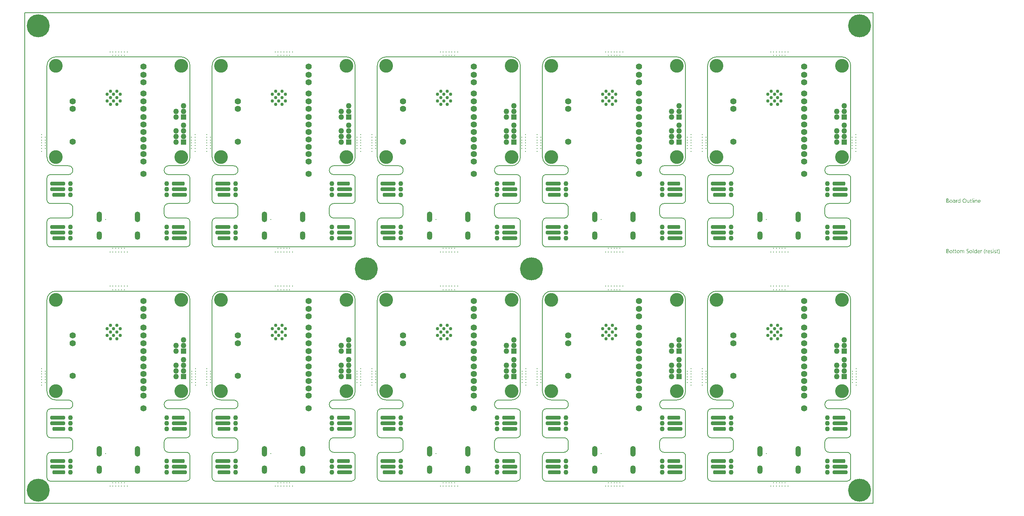
<source format=gbs>
G04*
G04 #@! TF.GenerationSoftware,Altium Limited,Altium Designer,21.6.1 (37)*
G04*
G04 Layer_Color=16711935*
%FSAX25Y25*%
%MOIN*%
G70*
G04*
G04 #@! TF.SameCoordinates,92E81899-9559-4C3A-BF10-9AA04FA96A9E*
G04*
G04*
G04 #@! TF.FilePolarity,Negative*
G04*
G01*
G75*
%ADD41C,0.00787*%
G04:AMPARAMS|DCode=56|XSize=35.43mil|YSize=135.83mil|CornerRadius=13.82mil|HoleSize=0mil|Usage=FLASHONLY|Rotation=270.000|XOffset=0mil|YOffset=0mil|HoleType=Round|Shape=RoundedRectangle|*
%AMROUNDEDRECTD56*
21,1,0.03543,0.10819,0,0,270.0*
21,1,0.00780,0.13583,0,0,270.0*
1,1,0.02764,-0.05409,-0.00390*
1,1,0.02764,-0.05409,0.00390*
1,1,0.02764,0.05409,0.00390*
1,1,0.02764,0.05409,-0.00390*
%
%ADD56ROUNDEDRECTD56*%
G04:AMPARAMS|DCode=57|XSize=35.43mil|YSize=116.14mil|CornerRadius=13.82mil|HoleSize=0mil|Usage=FLASHONLY|Rotation=270.000|XOffset=0mil|YOffset=0mil|HoleType=Round|Shape=RoundedRectangle|*
%AMROUNDEDRECTD57*
21,1,0.03543,0.08850,0,0,270.0*
21,1,0.00780,0.11614,0,0,270.0*
1,1,0.02764,-0.04425,-0.00390*
1,1,0.02764,-0.04425,0.00390*
1,1,0.02764,0.04425,0.00390*
1,1,0.02764,0.04425,-0.00390*
%
%ADD57ROUNDEDRECTD57*%
%ADD61C,0.04331*%
%ADD94C,0.00800*%
%ADD95C,0.20485*%
G04:AMPARAMS|DCode=96|XSize=49.21mil|YSize=72.84mil|CornerRadius=22.44mil|HoleSize=0mil|Usage=FLASHONLY|Rotation=0.000|XOffset=0mil|YOffset=0mil|HoleType=Round|Shape=RoundedRectangle|*
%AMROUNDEDRECTD96*
21,1,0.04921,0.02795,0,0,0.0*
21,1,0.00433,0.07284,0,0,0.0*
1,1,0.04488,0.00217,-0.01398*
1,1,0.04488,-0.00217,-0.01398*
1,1,0.04488,-0.00217,0.01398*
1,1,0.04488,0.00217,0.01398*
%
%ADD96ROUNDEDRECTD96*%
G04:AMPARAMS|DCode=97|XSize=49.21mil|YSize=92.52mil|CornerRadius=22.44mil|HoleSize=0mil|Usage=FLASHONLY|Rotation=0.000|XOffset=0mil|YOffset=0mil|HoleType=Round|Shape=RoundedRectangle|*
%AMROUNDEDRECTD97*
21,1,0.04921,0.04764,0,0,0.0*
21,1,0.00433,0.09252,0,0,0.0*
1,1,0.04488,0.00217,-0.02382*
1,1,0.04488,-0.00217,-0.02382*
1,1,0.04488,-0.00217,0.02382*
1,1,0.04488,0.00217,0.02382*
%
%ADD97ROUNDEDRECTD97*%
G04:AMPARAMS|DCode=98|XSize=5.91mil|YSize=5.91mil|CornerRadius=0mil|HoleSize=0mil|Usage=FLASHONLY|Rotation=0.000|XOffset=0mil|YOffset=0mil|HoleType=Round|Shape=RoundedRectangle|*
%AMROUNDEDRECTD98*
21,1,0.00591,0.00591,0,0,0.0*
21,1,0.00591,0.00591,0,0,0.0*
1,1,0.00000,0.00295,-0.00295*
1,1,0.00000,-0.00295,-0.00295*
1,1,0.00000,-0.00295,0.00295*
1,1,0.00000,0.00295,0.00295*
%
%ADD98ROUNDEDRECTD98*%
%ADD99C,0.00591*%
%ADD100C,0.12205*%
%ADD101R,0.04961X0.04961*%
%ADD102C,0.04961*%
%ADD103C,0.02953*%
%ADD104C,0.05591*%
G36*
X0824898Y0251948D02*
X0824923D01*
X0824979Y0251924D01*
X0825010Y0251905D01*
X0825040Y0251880D01*
X0825047Y0251874D01*
X0825053Y0251868D01*
X0825084Y0251831D01*
X0825109Y0251769D01*
X0825115Y0251732D01*
X0825121Y0251695D01*
Y0251689D01*
Y0251676D01*
X0825115Y0251658D01*
X0825109Y0251633D01*
X0825090Y0251571D01*
X0825065Y0251540D01*
X0825040Y0251509D01*
X0825034D01*
X0825028Y0251497D01*
X0824991Y0251472D01*
X0824935Y0251447D01*
X0824898Y0251441D01*
X0824861Y0251435D01*
X0824842D01*
X0824824Y0251441D01*
X0824799D01*
X0824737Y0251466D01*
X0824706Y0251478D01*
X0824675Y0251503D01*
Y0251509D01*
X0824663Y0251515D01*
X0824650Y0251534D01*
X0824638Y0251552D01*
X0824613Y0251614D01*
X0824607Y0251651D01*
X0824601Y0251695D01*
Y0251701D01*
Y0251713D01*
X0824607Y0251732D01*
X0824613Y0251763D01*
X0824632Y0251818D01*
X0824650Y0251850D01*
X0824675Y0251880D01*
X0824681Y0251887D01*
X0824688Y0251893D01*
X0824725Y0251918D01*
X0824787Y0251942D01*
X0824824Y0251955D01*
X0824879D01*
X0824898Y0251948D01*
D02*
G37*
G36*
X0812908Y0248284D02*
X0812506D01*
Y0248705D01*
X0812493D01*
Y0248699D01*
X0812481Y0248686D01*
X0812462Y0248662D01*
X0812444Y0248631D01*
X0812413Y0248594D01*
X0812376Y0248556D01*
X0812332Y0248513D01*
X0812283Y0248470D01*
X0812227Y0248420D01*
X0812159Y0248377D01*
X0812091Y0248340D01*
X0812010Y0248303D01*
X0811930Y0248272D01*
X0811837Y0248247D01*
X0811738Y0248235D01*
X0811633Y0248228D01*
X0811590D01*
X0811552Y0248235D01*
X0811515Y0248241D01*
X0811466Y0248247D01*
X0811360Y0248272D01*
X0811237Y0248309D01*
X0811113Y0248371D01*
X0811045Y0248408D01*
X0810989Y0248451D01*
X0810927Y0248507D01*
X0810872Y0248563D01*
Y0248569D01*
X0810859Y0248581D01*
X0810847Y0248600D01*
X0810828Y0248624D01*
X0810810Y0248656D01*
X0810785Y0248699D01*
X0810760Y0248748D01*
X0810735Y0248804D01*
X0810704Y0248866D01*
X0810680Y0248934D01*
X0810655Y0249008D01*
X0810636Y0249089D01*
X0810618Y0249175D01*
X0810605Y0249274D01*
X0810599Y0249374D01*
X0810593Y0249479D01*
Y0249485D01*
Y0249503D01*
Y0249541D01*
X0810599Y0249584D01*
X0810605Y0249634D01*
X0810612Y0249695D01*
X0810618Y0249763D01*
X0810630Y0249838D01*
X0810667Y0249999D01*
X0810723Y0250166D01*
X0810760Y0250246D01*
X0810803Y0250327D01*
X0810847Y0250401D01*
X0810903Y0250475D01*
X0810909Y0250482D01*
X0810915Y0250494D01*
X0810933Y0250512D01*
X0810958Y0250537D01*
X0810989Y0250562D01*
X0811032Y0250593D01*
X0811076Y0250630D01*
X0811125Y0250667D01*
X0811249Y0250735D01*
X0811392Y0250797D01*
X0811472Y0250816D01*
X0811559Y0250834D01*
X0811645Y0250847D01*
X0811744Y0250853D01*
X0811794D01*
X0811831Y0250847D01*
X0811868Y0250840D01*
X0811918Y0250834D01*
X0812029Y0250803D01*
X0812153Y0250754D01*
X0812215Y0250723D01*
X0812277Y0250680D01*
X0812339Y0250636D01*
X0812394Y0250581D01*
X0812444Y0250519D01*
X0812493Y0250444D01*
X0812506D01*
Y0252004D01*
X0812908D01*
Y0248284D01*
D02*
G37*
G36*
X0827176Y0250847D02*
X0827250Y0250840D01*
X0827343Y0250822D01*
X0827442Y0250791D01*
X0827547Y0250742D01*
X0827653Y0250673D01*
X0827696Y0250636D01*
X0827739Y0250587D01*
X0827752Y0250574D01*
X0827776Y0250537D01*
X0827807Y0250475D01*
X0827851Y0250389D01*
X0827888Y0250283D01*
X0827925Y0250153D01*
X0827950Y0249999D01*
X0827956Y0249819D01*
Y0248284D01*
X0827554D01*
Y0249714D01*
Y0249720D01*
Y0249751D01*
X0827547Y0249788D01*
Y0249838D01*
X0827535Y0249900D01*
X0827523Y0249968D01*
X0827504Y0250042D01*
X0827479Y0250116D01*
X0827448Y0250191D01*
X0827411Y0250259D01*
X0827362Y0250327D01*
X0827306Y0250389D01*
X0827244Y0250438D01*
X0827164Y0250475D01*
X0827077Y0250506D01*
X0826972Y0250512D01*
X0826959D01*
X0826922Y0250506D01*
X0826867Y0250500D01*
X0826798Y0250482D01*
X0826718Y0250457D01*
X0826631Y0250413D01*
X0826551Y0250358D01*
X0826470Y0250283D01*
X0826464Y0250271D01*
X0826439Y0250246D01*
X0826408Y0250197D01*
X0826371Y0250129D01*
X0826334Y0250048D01*
X0826303Y0249949D01*
X0826278Y0249838D01*
X0826272Y0249714D01*
Y0248284D01*
X0825870D01*
Y0250797D01*
X0826272D01*
Y0250376D01*
X0826285D01*
X0826291Y0250382D01*
X0826297Y0250395D01*
X0826316Y0250420D01*
X0826340Y0250451D01*
X0826365Y0250488D01*
X0826402Y0250525D01*
X0826446Y0250568D01*
X0826495Y0250618D01*
X0826551Y0250661D01*
X0826613Y0250704D01*
X0826681Y0250742D01*
X0826755Y0250779D01*
X0826829Y0250810D01*
X0826916Y0250834D01*
X0827009Y0250847D01*
X0827108Y0250853D01*
X0827145D01*
X0827176Y0250847D01*
D02*
G37*
G36*
X0810178Y0250834D02*
X0810252Y0250828D01*
X0810296Y0250816D01*
X0810327Y0250803D01*
Y0250389D01*
X0810321Y0250395D01*
X0810308Y0250401D01*
X0810283Y0250413D01*
X0810252Y0250432D01*
X0810209Y0250444D01*
X0810153Y0250457D01*
X0810092Y0250463D01*
X0810023Y0250469D01*
X0810011D01*
X0809980Y0250463D01*
X0809931Y0250457D01*
X0809875Y0250438D01*
X0809801Y0250407D01*
X0809733Y0250364D01*
X0809658Y0250302D01*
X0809590Y0250221D01*
X0809584Y0250209D01*
X0809565Y0250178D01*
X0809534Y0250122D01*
X0809503Y0250048D01*
X0809473Y0249955D01*
X0809442Y0249838D01*
X0809423Y0249708D01*
X0809417Y0249559D01*
Y0248284D01*
X0809015D01*
Y0250797D01*
X0809417D01*
Y0250277D01*
X0809429D01*
Y0250283D01*
X0809435Y0250290D01*
X0809448Y0250321D01*
X0809466Y0250370D01*
X0809497Y0250432D01*
X0809528Y0250494D01*
X0809578Y0250562D01*
X0809627Y0250630D01*
X0809689Y0250692D01*
X0809695Y0250698D01*
X0809720Y0250717D01*
X0809757Y0250742D01*
X0809807Y0250766D01*
X0809863Y0250791D01*
X0809931Y0250816D01*
X0810005Y0250834D01*
X0810085Y0250840D01*
X0810141D01*
X0810178Y0250834D01*
D02*
G37*
G36*
X0820918Y0248284D02*
X0820516D01*
Y0248680D01*
X0820503D01*
Y0248674D01*
X0820491Y0248662D01*
X0820478Y0248637D01*
X0820454Y0248612D01*
X0820398Y0248538D01*
X0820311Y0248457D01*
X0820262Y0248414D01*
X0820206Y0248371D01*
X0820144Y0248334D01*
X0820070Y0248296D01*
X0819996Y0248272D01*
X0819915Y0248247D01*
X0819822Y0248235D01*
X0819729Y0248228D01*
X0819692D01*
X0819649Y0248235D01*
X0819587Y0248247D01*
X0819519Y0248259D01*
X0819445Y0248284D01*
X0819364Y0248315D01*
X0819284Y0248364D01*
X0819197Y0248420D01*
X0819117Y0248488D01*
X0819042Y0248575D01*
X0818974Y0248680D01*
X0818912Y0248798D01*
X0818869Y0248940D01*
X0818844Y0249107D01*
X0818832Y0249194D01*
Y0249293D01*
Y0250797D01*
X0819228D01*
Y0249355D01*
Y0249349D01*
Y0249324D01*
X0819234Y0249281D01*
X0819240Y0249231D01*
X0819247Y0249169D01*
X0819259Y0249107D01*
X0819277Y0249033D01*
X0819302Y0248959D01*
X0819339Y0248885D01*
X0819377Y0248816D01*
X0819426Y0248748D01*
X0819488Y0248686D01*
X0819556Y0248637D01*
X0819637Y0248600D01*
X0819736Y0248569D01*
X0819841Y0248563D01*
X0819853D01*
X0819890Y0248569D01*
X0819946Y0248575D01*
X0820008Y0248587D01*
X0820088Y0248618D01*
X0820169Y0248656D01*
X0820249Y0248705D01*
X0820324Y0248779D01*
X0820330Y0248792D01*
X0820355Y0248816D01*
X0820385Y0248866D01*
X0820423Y0248934D01*
X0820454Y0249014D01*
X0820485Y0249113D01*
X0820509Y0249225D01*
X0820516Y0249349D01*
Y0250797D01*
X0820918D01*
Y0248284D01*
D02*
G37*
G36*
X0825053D02*
X0824650D01*
Y0250797D01*
X0825053D01*
Y0248284D01*
D02*
G37*
G36*
X0823833D02*
X0823431D01*
Y0252004D01*
X0823833D01*
Y0248284D01*
D02*
G37*
G36*
X0807455Y0250847D02*
X0807510Y0250840D01*
X0807578Y0250822D01*
X0807653Y0250803D01*
X0807733Y0250772D01*
X0807820Y0250735D01*
X0807900Y0250686D01*
X0807981Y0250624D01*
X0808055Y0250550D01*
X0808123Y0250457D01*
X0808179Y0250352D01*
X0808222Y0250228D01*
X0808247Y0250085D01*
X0808259Y0249918D01*
Y0248284D01*
X0807857D01*
Y0248674D01*
X0807845D01*
Y0248668D01*
X0807832Y0248656D01*
X0807820Y0248631D01*
X0807795Y0248606D01*
X0807733Y0248532D01*
X0807653Y0248451D01*
X0807541Y0248371D01*
X0807411Y0248296D01*
X0807331Y0248272D01*
X0807250Y0248247D01*
X0807164Y0248235D01*
X0807071Y0248228D01*
X0807034D01*
X0807009Y0248235D01*
X0806941Y0248241D01*
X0806860Y0248253D01*
X0806761Y0248278D01*
X0806668Y0248309D01*
X0806569Y0248358D01*
X0806483Y0248420D01*
X0806477Y0248433D01*
X0806452Y0248457D01*
X0806415Y0248501D01*
X0806378Y0248563D01*
X0806340Y0248637D01*
X0806303Y0248724D01*
X0806279Y0248829D01*
X0806272Y0248946D01*
Y0248953D01*
Y0248977D01*
X0806279Y0249014D01*
X0806285Y0249058D01*
X0806297Y0249113D01*
X0806316Y0249175D01*
X0806340Y0249243D01*
X0806378Y0249312D01*
X0806421Y0249386D01*
X0806477Y0249460D01*
X0806545Y0249528D01*
X0806625Y0249590D01*
X0806718Y0249652D01*
X0806829Y0249702D01*
X0806953Y0249739D01*
X0807102Y0249770D01*
X0807857Y0249875D01*
Y0249881D01*
Y0249900D01*
X0807851Y0249937D01*
Y0249974D01*
X0807838Y0250023D01*
X0807832Y0250079D01*
X0807795Y0250197D01*
X0807764Y0250253D01*
X0807733Y0250308D01*
X0807690Y0250364D01*
X0807640Y0250413D01*
X0807578Y0250457D01*
X0807510Y0250488D01*
X0807430Y0250506D01*
X0807337Y0250512D01*
X0807294D01*
X0807263Y0250506D01*
X0807219D01*
X0807176Y0250494D01*
X0807065Y0250475D01*
X0806941Y0250438D01*
X0806805Y0250382D01*
X0806730Y0250345D01*
X0806662Y0250308D01*
X0806588Y0250259D01*
X0806520Y0250203D01*
Y0250618D01*
X0806526D01*
X0806538Y0250630D01*
X0806557Y0250642D01*
X0806588Y0250655D01*
X0806619Y0250673D01*
X0806662Y0250692D01*
X0806712Y0250711D01*
X0806767Y0250735D01*
X0806891Y0250779D01*
X0807040Y0250816D01*
X0807201Y0250840D01*
X0807374Y0250853D01*
X0807411D01*
X0807455Y0250847D01*
D02*
G37*
G36*
X0801766Y0251794D02*
X0801809D01*
X0801853Y0251788D01*
X0801952Y0251775D01*
X0802069Y0251744D01*
X0802193Y0251707D01*
X0802311Y0251651D01*
X0802416Y0251577D01*
X0802422D01*
X0802428Y0251565D01*
X0802459Y0251540D01*
X0802503Y0251490D01*
X0802552Y0251422D01*
X0802596Y0251336D01*
X0802639Y0251237D01*
X0802670Y0251125D01*
X0802682Y0251063D01*
Y0250995D01*
Y0250989D01*
Y0250983D01*
Y0250946D01*
X0802676Y0250890D01*
X0802664Y0250822D01*
X0802645Y0250735D01*
X0802614Y0250649D01*
X0802577Y0250562D01*
X0802521Y0250475D01*
X0802515Y0250463D01*
X0802490Y0250438D01*
X0802453Y0250401D01*
X0802404Y0250352D01*
X0802342Y0250302D01*
X0802267Y0250246D01*
X0802175Y0250203D01*
X0802075Y0250160D01*
Y0250153D01*
X0802094D01*
X0802113Y0250147D01*
X0802131Y0250141D01*
X0802199Y0250129D01*
X0802280Y0250104D01*
X0802366Y0250067D01*
X0802459Y0250023D01*
X0802552Y0249961D01*
X0802639Y0249881D01*
X0802651Y0249869D01*
X0802676Y0249838D01*
X0802707Y0249794D01*
X0802750Y0249726D01*
X0802787Y0249640D01*
X0802824Y0249541D01*
X0802849Y0249423D01*
X0802855Y0249293D01*
Y0249287D01*
Y0249274D01*
Y0249250D01*
X0802849Y0249219D01*
X0802843Y0249182D01*
X0802837Y0249138D01*
X0802812Y0249033D01*
X0802775Y0248915D01*
X0802719Y0248792D01*
X0802682Y0248736D01*
X0802639Y0248674D01*
X0802583Y0248618D01*
X0802527Y0248563D01*
X0802521D01*
X0802515Y0248550D01*
X0802496Y0248538D01*
X0802472Y0248519D01*
X0802441Y0248501D01*
X0802397Y0248476D01*
X0802305Y0248426D01*
X0802187Y0248371D01*
X0802051Y0248327D01*
X0801890Y0248296D01*
X0801809Y0248290D01*
X0801717Y0248284D01*
X0800689D01*
Y0251800D01*
X0801735D01*
X0801766Y0251794D01*
D02*
G37*
G36*
X0822261Y0250797D02*
X0822899D01*
Y0250451D01*
X0822261D01*
Y0249033D01*
Y0249021D01*
Y0248990D01*
X0822267Y0248946D01*
X0822274Y0248891D01*
X0822298Y0248773D01*
X0822317Y0248717D01*
X0822348Y0248674D01*
X0822354Y0248668D01*
X0822366Y0248656D01*
X0822385Y0248643D01*
X0822416Y0248624D01*
X0822453Y0248600D01*
X0822503Y0248587D01*
X0822564Y0248575D01*
X0822633Y0248569D01*
X0822657D01*
X0822688Y0248575D01*
X0822725Y0248581D01*
X0822812Y0248606D01*
X0822855Y0248624D01*
X0822899Y0248649D01*
Y0248303D01*
X0822892D01*
X0822874Y0248290D01*
X0822843Y0248284D01*
X0822800Y0248272D01*
X0822744Y0248259D01*
X0822682Y0248247D01*
X0822608Y0248241D01*
X0822521Y0248235D01*
X0822490D01*
X0822459Y0248241D01*
X0822416Y0248247D01*
X0822366Y0248259D01*
X0822311Y0248272D01*
X0822255Y0248296D01*
X0822193Y0248327D01*
X0822131Y0248364D01*
X0822069Y0248414D01*
X0822013Y0248470D01*
X0821964Y0248544D01*
X0821921Y0248624D01*
X0821890Y0248724D01*
X0821865Y0248835D01*
X0821859Y0248965D01*
Y0250451D01*
X0821432D01*
Y0250797D01*
X0821859D01*
Y0251410D01*
X0822261Y0251540D01*
Y0250797D01*
D02*
G37*
G36*
X0829788Y0250847D02*
X0829832Y0250840D01*
X0829875Y0250834D01*
X0829986Y0250816D01*
X0830110Y0250772D01*
X0830234Y0250717D01*
X0830296Y0250680D01*
X0830358Y0250636D01*
X0830413Y0250587D01*
X0830469Y0250531D01*
X0830475Y0250525D01*
X0830481Y0250519D01*
X0830494Y0250500D01*
X0830512Y0250475D01*
X0830531Y0250438D01*
X0830556Y0250401D01*
X0830581Y0250358D01*
X0830605Y0250302D01*
X0830630Y0250240D01*
X0830655Y0250178D01*
X0830680Y0250104D01*
X0830698Y0250023D01*
X0830717Y0249937D01*
X0830729Y0249850D01*
X0830741Y0249751D01*
Y0249646D01*
Y0249435D01*
X0828965D01*
Y0249429D01*
Y0249417D01*
Y0249398D01*
X0828971Y0249367D01*
X0828977Y0249330D01*
Y0249293D01*
X0828996Y0249194D01*
X0829027Y0249095D01*
X0829064Y0248984D01*
X0829120Y0248878D01*
X0829188Y0248785D01*
X0829200Y0248773D01*
X0829225Y0248748D01*
X0829274Y0248717D01*
X0829342Y0248674D01*
X0829429Y0248631D01*
X0829528Y0248600D01*
X0829646Y0248575D01*
X0829782Y0248563D01*
X0829825D01*
X0829856Y0248569D01*
X0829893D01*
X0829937Y0248575D01*
X0830042Y0248600D01*
X0830159Y0248631D01*
X0830289Y0248680D01*
X0830426Y0248748D01*
X0830494Y0248792D01*
X0830562Y0248841D01*
Y0248464D01*
X0830556D01*
X0830550Y0248451D01*
X0830531Y0248445D01*
X0830500Y0248426D01*
X0830469Y0248408D01*
X0830432Y0248389D01*
X0830382Y0248371D01*
X0830333Y0248346D01*
X0830271Y0248321D01*
X0830203Y0248303D01*
X0830054Y0248266D01*
X0829881Y0248241D01*
X0829689Y0248228D01*
X0829640D01*
X0829602Y0248235D01*
X0829559Y0248241D01*
X0829503Y0248247D01*
X0829386Y0248272D01*
X0829250Y0248309D01*
X0829113Y0248371D01*
X0829045Y0248414D01*
X0828977Y0248457D01*
X0828915Y0248507D01*
X0828854Y0248569D01*
X0828847Y0248575D01*
X0828841Y0248587D01*
X0828829Y0248606D01*
X0828804Y0248631D01*
X0828785Y0248668D01*
X0828761Y0248711D01*
X0828730Y0248761D01*
X0828705Y0248816D01*
X0828674Y0248878D01*
X0828649Y0248953D01*
X0828618Y0249033D01*
X0828600Y0249120D01*
X0828581Y0249213D01*
X0828563Y0249312D01*
X0828556Y0249417D01*
X0828550Y0249528D01*
Y0249534D01*
Y0249553D01*
Y0249584D01*
X0828556Y0249627D01*
X0828563Y0249677D01*
X0828569Y0249732D01*
X0828575Y0249801D01*
X0828594Y0249869D01*
X0828631Y0250017D01*
X0828686Y0250178D01*
X0828724Y0250259D01*
X0828773Y0250333D01*
X0828823Y0250413D01*
X0828878Y0250482D01*
X0828884Y0250488D01*
X0828897Y0250500D01*
X0828915Y0250519D01*
X0828940Y0250537D01*
X0828971Y0250568D01*
X0829008Y0250599D01*
X0829058Y0250630D01*
X0829107Y0250667D01*
X0829225Y0250735D01*
X0829367Y0250797D01*
X0829448Y0250816D01*
X0829528Y0250834D01*
X0829615Y0250847D01*
X0829708Y0250853D01*
X0829757D01*
X0829788Y0250847D01*
D02*
G37*
G36*
X0816746Y0251856D02*
X0816808Y0251850D01*
X0816882Y0251837D01*
X0816963Y0251818D01*
X0817049Y0251800D01*
X0817136Y0251775D01*
X0817235Y0251744D01*
X0817328Y0251701D01*
X0817427Y0251651D01*
X0817526Y0251596D01*
X0817619Y0251528D01*
X0817712Y0251453D01*
X0817798Y0251367D01*
X0817804Y0251361D01*
X0817817Y0251342D01*
X0817841Y0251317D01*
X0817866Y0251280D01*
X0817903Y0251231D01*
X0817941Y0251169D01*
X0817978Y0251100D01*
X0818021Y0251026D01*
X0818064Y0250933D01*
X0818101Y0250840D01*
X0818139Y0250735D01*
X0818176Y0250618D01*
X0818200Y0250500D01*
X0818225Y0250370D01*
X0818238Y0250228D01*
X0818244Y0250085D01*
Y0250073D01*
Y0250048D01*
Y0250005D01*
X0818238Y0249943D01*
X0818231Y0249869D01*
X0818219Y0249788D01*
X0818207Y0249695D01*
X0818188Y0249590D01*
X0818163Y0249485D01*
X0818132Y0249374D01*
X0818095Y0249262D01*
X0818052Y0249151D01*
X0817996Y0249033D01*
X0817934Y0248928D01*
X0817866Y0248823D01*
X0817786Y0248724D01*
X0817780Y0248717D01*
X0817767Y0248705D01*
X0817736Y0248680D01*
X0817705Y0248649D01*
X0817656Y0248606D01*
X0817600Y0248569D01*
X0817538Y0248519D01*
X0817464Y0248476D01*
X0817383Y0248433D01*
X0817290Y0248383D01*
X0817192Y0248346D01*
X0817080Y0248309D01*
X0816963Y0248272D01*
X0816839Y0248247D01*
X0816709Y0248235D01*
X0816566Y0248228D01*
X0816535D01*
X0816492Y0248235D01*
X0816442D01*
X0816381Y0248241D01*
X0816306Y0248253D01*
X0816226Y0248272D01*
X0816133Y0248290D01*
X0816040Y0248315D01*
X0815941Y0248346D01*
X0815842Y0248389D01*
X0815743Y0248433D01*
X0815644Y0248488D01*
X0815545Y0248556D01*
X0815452Y0248631D01*
X0815365Y0248717D01*
X0815359Y0248724D01*
X0815347Y0248742D01*
X0815322Y0248767D01*
X0815297Y0248804D01*
X0815260Y0248853D01*
X0815223Y0248915D01*
X0815186Y0248984D01*
X0815143Y0249064D01*
X0815099Y0249151D01*
X0815062Y0249243D01*
X0815025Y0249349D01*
X0814988Y0249466D01*
X0814963Y0249584D01*
X0814938Y0249714D01*
X0814926Y0249856D01*
X0814920Y0249999D01*
Y0250011D01*
Y0250036D01*
X0814926Y0250079D01*
Y0250141D01*
X0814932Y0250209D01*
X0814944Y0250296D01*
X0814957Y0250389D01*
X0814975Y0250488D01*
X0815000Y0250593D01*
X0815031Y0250704D01*
X0815068Y0250816D01*
X0815112Y0250927D01*
X0815167Y0251039D01*
X0815229Y0251150D01*
X0815297Y0251255D01*
X0815378Y0251354D01*
X0815384Y0251361D01*
X0815396Y0251379D01*
X0815427Y0251404D01*
X0815464Y0251435D01*
X0815508Y0251472D01*
X0815563Y0251515D01*
X0815632Y0251559D01*
X0815706Y0251608D01*
X0815793Y0251658D01*
X0815885Y0251701D01*
X0815985Y0251744D01*
X0816096Y0251781D01*
X0816220Y0251812D01*
X0816350Y0251843D01*
X0816486Y0251856D01*
X0816628Y0251862D01*
X0816696D01*
X0816746Y0251856D01*
D02*
G37*
G36*
X0804719Y0250847D02*
X0804762Y0250840D01*
X0804818Y0250834D01*
X0804941Y0250810D01*
X0805084Y0250766D01*
X0805226Y0250704D01*
X0805301Y0250667D01*
X0805369Y0250624D01*
X0805437Y0250568D01*
X0805499Y0250506D01*
X0805505Y0250500D01*
X0805511Y0250488D01*
X0805529Y0250469D01*
X0805548Y0250444D01*
X0805573Y0250407D01*
X0805598Y0250364D01*
X0805629Y0250314D01*
X0805659Y0250259D01*
X0805684Y0250191D01*
X0805715Y0250122D01*
X0805740Y0250042D01*
X0805765Y0249955D01*
X0805783Y0249863D01*
X0805802Y0249763D01*
X0805808Y0249658D01*
X0805814Y0249547D01*
Y0249541D01*
Y0249522D01*
Y0249491D01*
X0805808Y0249448D01*
X0805802Y0249398D01*
X0805796Y0249336D01*
X0805783Y0249274D01*
X0805771Y0249200D01*
X0805734Y0249052D01*
X0805672Y0248891D01*
X0805635Y0248810D01*
X0805585Y0248730D01*
X0805536Y0248656D01*
X0805474Y0248587D01*
X0805468Y0248581D01*
X0805455Y0248575D01*
X0805437Y0248556D01*
X0805412Y0248532D01*
X0805375Y0248507D01*
X0805338Y0248476D01*
X0805288Y0248439D01*
X0805232Y0248408D01*
X0805171Y0248377D01*
X0805102Y0248340D01*
X0805028Y0248309D01*
X0804948Y0248284D01*
X0804861Y0248259D01*
X0804768Y0248247D01*
X0804669Y0248235D01*
X0804564Y0248228D01*
X0804508D01*
X0804471Y0248235D01*
X0804428Y0248241D01*
X0804372Y0248247D01*
X0804310Y0248259D01*
X0804242Y0248272D01*
X0804100Y0248315D01*
X0803951Y0248377D01*
X0803877Y0248414D01*
X0803809Y0248464D01*
X0803741Y0248513D01*
X0803673Y0248575D01*
X0803666Y0248581D01*
X0803660Y0248594D01*
X0803642Y0248612D01*
X0803623Y0248637D01*
X0803598Y0248674D01*
X0803567Y0248717D01*
X0803536Y0248767D01*
X0803512Y0248823D01*
X0803481Y0248891D01*
X0803450Y0248959D01*
X0803419Y0249033D01*
X0803394Y0249120D01*
X0803357Y0249305D01*
X0803351Y0249404D01*
X0803345Y0249510D01*
Y0249516D01*
Y0249541D01*
Y0249572D01*
X0803351Y0249615D01*
X0803357Y0249664D01*
X0803363Y0249726D01*
X0803375Y0249794D01*
X0803388Y0249869D01*
X0803425Y0250030D01*
X0803487Y0250191D01*
X0803530Y0250271D01*
X0803574Y0250352D01*
X0803623Y0250426D01*
X0803685Y0250494D01*
X0803691Y0250500D01*
X0803703Y0250512D01*
X0803722Y0250525D01*
X0803747Y0250550D01*
X0803784Y0250574D01*
X0803827Y0250605D01*
X0803877Y0250642D01*
X0803932Y0250673D01*
X0803994Y0250704D01*
X0804069Y0250742D01*
X0804143Y0250772D01*
X0804230Y0250797D01*
X0804316Y0250822D01*
X0804415Y0250840D01*
X0804521Y0250847D01*
X0804626Y0250853D01*
X0804681D01*
X0804719Y0250847D01*
D02*
G37*
G36*
X0842329Y0207022D02*
X0842354D01*
X0842410Y0206997D01*
X0842441Y0206979D01*
X0842472Y0206954D01*
X0842478Y0206948D01*
X0842484Y0206942D01*
X0842515Y0206904D01*
X0842540Y0206842D01*
X0842546Y0206805D01*
X0842552Y0206768D01*
Y0206762D01*
Y0206750D01*
X0842546Y0206731D01*
X0842540Y0206706D01*
X0842521Y0206644D01*
X0842496Y0206613D01*
X0842472Y0206582D01*
X0842465D01*
X0842459Y0206570D01*
X0842422Y0206545D01*
X0842366Y0206521D01*
X0842329Y0206514D01*
X0842292Y0206508D01*
X0842273D01*
X0842255Y0206514D01*
X0842230D01*
X0842168Y0206539D01*
X0842137Y0206552D01*
X0842106Y0206576D01*
Y0206582D01*
X0842094Y0206589D01*
X0842082Y0206607D01*
X0842069Y0206626D01*
X0842044Y0206688D01*
X0842038Y0206725D01*
X0842032Y0206768D01*
Y0206774D01*
Y0206787D01*
X0842038Y0206805D01*
X0842044Y0206836D01*
X0842063Y0206892D01*
X0842082Y0206923D01*
X0842106Y0206954D01*
X0842112Y0206960D01*
X0842119Y0206966D01*
X0842156Y0206991D01*
X0842218Y0207016D01*
X0842255Y0207028D01*
X0842311D01*
X0842329Y0207022D01*
D02*
G37*
G36*
X0819760Y0206929D02*
X0819810D01*
X0819921Y0206917D01*
X0820045Y0206904D01*
X0820169Y0206880D01*
X0820286Y0206849D01*
X0820336Y0206830D01*
X0820385Y0206805D01*
Y0206341D01*
X0820379D01*
X0820373Y0206353D01*
X0820355Y0206360D01*
X0820330Y0206378D01*
X0820299Y0206391D01*
X0820262Y0206409D01*
X0820169Y0206453D01*
X0820057Y0206490D01*
X0819921Y0206527D01*
X0819760Y0206552D01*
X0819587Y0206558D01*
X0819538D01*
X0819500Y0206552D01*
X0819463D01*
X0819414Y0206545D01*
X0819315Y0206527D01*
X0819308D01*
X0819290Y0206521D01*
X0819265Y0206514D01*
X0819234Y0206508D01*
X0819160Y0206477D01*
X0819073Y0206440D01*
X0819067D01*
X0819055Y0206428D01*
X0819036Y0206415D01*
X0819011Y0206397D01*
X0818956Y0206341D01*
X0818900Y0206273D01*
Y0206267D01*
X0818888Y0206255D01*
X0818881Y0206236D01*
X0818869Y0206205D01*
X0818857Y0206168D01*
X0818850Y0206131D01*
X0818838Y0206032D01*
Y0206025D01*
Y0206007D01*
Y0205982D01*
X0818844Y0205951D01*
X0818857Y0205877D01*
X0818888Y0205796D01*
Y0205790D01*
X0818900Y0205778D01*
X0818906Y0205759D01*
X0818925Y0205734D01*
X0818974Y0205679D01*
X0819036Y0205617D01*
X0819042Y0205611D01*
X0819055Y0205605D01*
X0819073Y0205586D01*
X0819104Y0205567D01*
X0819141Y0205543D01*
X0819178Y0205518D01*
X0819277Y0205456D01*
X0819284Y0205450D01*
X0819302Y0205444D01*
X0819333Y0205425D01*
X0819370Y0205406D01*
X0819420Y0205382D01*
X0819476Y0205357D01*
X0819599Y0205295D01*
X0819606Y0205289D01*
X0819630Y0205276D01*
X0819668Y0205258D01*
X0819717Y0205233D01*
X0819773Y0205208D01*
X0819835Y0205171D01*
X0819958Y0205097D01*
X0819965Y0205091D01*
X0819989Y0205078D01*
X0820020Y0205060D01*
X0820064Y0205029D01*
X0820156Y0204955D01*
X0820256Y0204868D01*
X0820262Y0204862D01*
X0820280Y0204849D01*
X0820299Y0204818D01*
X0820330Y0204787D01*
X0820361Y0204744D01*
X0820398Y0204701D01*
X0820460Y0204589D01*
X0820466Y0204583D01*
X0820472Y0204565D01*
X0820485Y0204534D01*
X0820497Y0204490D01*
X0820509Y0204441D01*
X0820522Y0204379D01*
X0820534Y0204317D01*
Y0204243D01*
Y0204230D01*
Y0204199D01*
X0820528Y0204150D01*
X0820522Y0204088D01*
X0820509Y0204020D01*
X0820491Y0203946D01*
X0820466Y0203871D01*
X0820429Y0203803D01*
X0820423Y0203797D01*
X0820410Y0203772D01*
X0820385Y0203741D01*
X0820361Y0203698D01*
X0820317Y0203655D01*
X0820274Y0203605D01*
X0820218Y0203556D01*
X0820156Y0203506D01*
X0820150Y0203500D01*
X0820126Y0203487D01*
X0820088Y0203469D01*
X0820039Y0203444D01*
X0819983Y0203419D01*
X0819915Y0203395D01*
X0819835Y0203370D01*
X0819754Y0203351D01*
X0819742D01*
X0819717Y0203345D01*
X0819674Y0203339D01*
X0819612Y0203327D01*
X0819544Y0203320D01*
X0819463Y0203308D01*
X0819377Y0203302D01*
X0819228D01*
X0819160Y0203308D01*
X0819073Y0203314D01*
X0819055D01*
X0819030Y0203320D01*
X0818999Y0203327D01*
X0818919Y0203333D01*
X0818826Y0203351D01*
X0818820D01*
X0818801Y0203358D01*
X0818776Y0203364D01*
X0818745Y0203370D01*
X0818671Y0203389D01*
X0818584Y0203413D01*
X0818578D01*
X0818566Y0203419D01*
X0818547Y0203426D01*
X0818522Y0203438D01*
X0818460Y0203463D01*
X0818398Y0203500D01*
Y0203983D01*
X0818405Y0203976D01*
X0818417Y0203970D01*
X0818429Y0203958D01*
X0818454Y0203939D01*
X0818522Y0203896D01*
X0818603Y0203847D01*
X0818609D01*
X0818621Y0203840D01*
X0818646Y0203828D01*
X0818677Y0203816D01*
X0818758Y0203779D01*
X0818844Y0203748D01*
X0818850D01*
X0818869Y0203741D01*
X0818894Y0203735D01*
X0818925Y0203729D01*
X0819011Y0203704D01*
X0819104Y0203686D01*
X0819129D01*
X0819154Y0203679D01*
X0819185D01*
X0819259Y0203673D01*
X0819346Y0203667D01*
X0819407D01*
X0819476Y0203673D01*
X0819562Y0203686D01*
X0819655Y0203698D01*
X0819748Y0203723D01*
X0819835Y0203760D01*
X0819915Y0203803D01*
X0819921Y0203809D01*
X0819946Y0203828D01*
X0819977Y0203865D01*
X0820008Y0203908D01*
X0820045Y0203964D01*
X0820070Y0204038D01*
X0820095Y0204119D01*
X0820101Y0204212D01*
Y0204218D01*
Y0204237D01*
Y0204261D01*
X0820095Y0204298D01*
X0820076Y0204379D01*
X0820039Y0204459D01*
Y0204466D01*
X0820026Y0204478D01*
X0820014Y0204497D01*
X0819996Y0204521D01*
X0819940Y0204583D01*
X0819866Y0204651D01*
X0819859Y0204657D01*
X0819847Y0204670D01*
X0819822Y0204682D01*
X0819791Y0204707D01*
X0819754Y0204732D01*
X0819711Y0204763D01*
X0819606Y0204818D01*
X0819599Y0204825D01*
X0819581Y0204831D01*
X0819550Y0204849D01*
X0819507Y0204868D01*
X0819463Y0204899D01*
X0819407Y0204924D01*
X0819277Y0204992D01*
X0819271Y0204998D01*
X0819247Y0205010D01*
X0819209Y0205029D01*
X0819166Y0205047D01*
X0819117Y0205078D01*
X0819061Y0205109D01*
X0818937Y0205177D01*
X0818931Y0205184D01*
X0818912Y0205196D01*
X0818881Y0205215D01*
X0818844Y0205239D01*
X0818751Y0205307D01*
X0818659Y0205388D01*
X0818652Y0205394D01*
X0818640Y0205406D01*
X0818615Y0205431D01*
X0818590Y0205462D01*
X0818559Y0205505D01*
X0818528Y0205549D01*
X0818473Y0205648D01*
Y0205654D01*
X0818460Y0205673D01*
X0818454Y0205704D01*
X0818442Y0205747D01*
X0818429Y0205796D01*
X0818417Y0205858D01*
X0818411Y0205920D01*
X0818405Y0205995D01*
Y0206007D01*
Y0206038D01*
X0818411Y0206081D01*
X0818417Y0206137D01*
X0818429Y0206205D01*
X0818448Y0206273D01*
X0818473Y0206341D01*
X0818510Y0206409D01*
X0818516Y0206415D01*
X0818528Y0206440D01*
X0818553Y0206471D01*
X0818584Y0206514D01*
X0818621Y0206558D01*
X0818671Y0206607D01*
X0818727Y0206657D01*
X0818789Y0206700D01*
X0818795Y0206706D01*
X0818820Y0206719D01*
X0818857Y0206744D01*
X0818900Y0206768D01*
X0818962Y0206793D01*
X0819024Y0206824D01*
X0819098Y0206849D01*
X0819178Y0206873D01*
X0819191D01*
X0819216Y0206886D01*
X0819259Y0206892D01*
X0819321Y0206904D01*
X0819389Y0206917D01*
X0819463Y0206923D01*
X0819630Y0206935D01*
X0819717D01*
X0819760Y0206929D01*
D02*
G37*
G36*
X0827492Y0203358D02*
X0827089D01*
Y0203779D01*
X0827077D01*
Y0203772D01*
X0827065Y0203760D01*
X0827046Y0203735D01*
X0827027Y0203704D01*
X0826997Y0203667D01*
X0826959Y0203630D01*
X0826916Y0203587D01*
X0826867Y0203543D01*
X0826811Y0203494D01*
X0826743Y0203450D01*
X0826675Y0203413D01*
X0826594Y0203376D01*
X0826514Y0203345D01*
X0826421Y0203320D01*
X0826322Y0203308D01*
X0826217Y0203302D01*
X0826173D01*
X0826136Y0203308D01*
X0826099Y0203314D01*
X0826049Y0203320D01*
X0825944Y0203345D01*
X0825820Y0203382D01*
X0825697Y0203444D01*
X0825628Y0203481D01*
X0825573Y0203525D01*
X0825511Y0203580D01*
X0825455Y0203636D01*
Y0203642D01*
X0825443Y0203655D01*
X0825430Y0203673D01*
X0825412Y0203698D01*
X0825393Y0203729D01*
X0825368Y0203772D01*
X0825344Y0203822D01*
X0825319Y0203877D01*
X0825288Y0203939D01*
X0825263Y0204008D01*
X0825239Y0204082D01*
X0825220Y0204162D01*
X0825201Y0204249D01*
X0825189Y0204348D01*
X0825183Y0204447D01*
X0825177Y0204552D01*
Y0204558D01*
Y0204577D01*
Y0204614D01*
X0825183Y0204657D01*
X0825189Y0204707D01*
X0825195Y0204769D01*
X0825201Y0204837D01*
X0825214Y0204911D01*
X0825251Y0205072D01*
X0825307Y0205239D01*
X0825344Y0205320D01*
X0825387Y0205400D01*
X0825430Y0205474D01*
X0825486Y0205549D01*
X0825492Y0205555D01*
X0825498Y0205567D01*
X0825517Y0205586D01*
X0825542Y0205611D01*
X0825573Y0205635D01*
X0825616Y0205666D01*
X0825659Y0205704D01*
X0825709Y0205741D01*
X0825833Y0205809D01*
X0825975Y0205871D01*
X0826056Y0205889D01*
X0826142Y0205908D01*
X0826229Y0205920D01*
X0826328Y0205926D01*
X0826377D01*
X0826415Y0205920D01*
X0826452Y0205914D01*
X0826501Y0205908D01*
X0826613Y0205877D01*
X0826737Y0205827D01*
X0826798Y0205796D01*
X0826860Y0205753D01*
X0826922Y0205710D01*
X0826978Y0205654D01*
X0827027Y0205592D01*
X0827077Y0205518D01*
X0827089D01*
Y0207078D01*
X0827492D01*
Y0203358D01*
D02*
G37*
G36*
X0844236Y0205920D02*
X0844316Y0205914D01*
X0844403Y0205902D01*
X0844502Y0205877D01*
X0844601Y0205852D01*
X0844700Y0205815D01*
Y0205406D01*
X0844687Y0205413D01*
X0844650Y0205437D01*
X0844595Y0205462D01*
X0844520Y0205499D01*
X0844427Y0205530D01*
X0844316Y0205561D01*
X0844192Y0205580D01*
X0844062Y0205586D01*
X0843994D01*
X0843932Y0205574D01*
X0843858Y0205561D01*
X0843852D01*
X0843846Y0205555D01*
X0843808Y0205543D01*
X0843759Y0205518D01*
X0843703Y0205487D01*
X0843691Y0205481D01*
X0843666Y0205456D01*
X0843635Y0205419D01*
X0843604Y0205376D01*
X0843598Y0205363D01*
X0843586Y0205332D01*
X0843573Y0205289D01*
X0843567Y0205233D01*
Y0205227D01*
Y0205215D01*
Y0205196D01*
X0843573Y0205177D01*
X0843586Y0205122D01*
X0843604Y0205066D01*
X0843610Y0205054D01*
X0843629Y0205029D01*
X0843666Y0204992D01*
X0843709Y0204948D01*
X0843716D01*
X0843722Y0204942D01*
X0843759Y0204917D01*
X0843808Y0204887D01*
X0843877Y0204855D01*
X0843883D01*
X0843895Y0204849D01*
X0843914Y0204843D01*
X0843945Y0204831D01*
X0844013Y0204806D01*
X0844099Y0204769D01*
X0844106D01*
X0844130Y0204756D01*
X0844161Y0204744D01*
X0844199Y0204732D01*
X0844298Y0204688D01*
X0844397Y0204639D01*
X0844403D01*
X0844421Y0204626D01*
X0844446Y0204614D01*
X0844477Y0204596D01*
X0844551Y0204546D01*
X0844626Y0204484D01*
X0844632Y0204478D01*
X0844644Y0204472D01*
X0844656Y0204453D01*
X0844681Y0204428D01*
X0844725Y0204366D01*
X0844768Y0204286D01*
Y0204280D01*
X0844774Y0204268D01*
X0844786Y0204243D01*
X0844793Y0204212D01*
X0844805Y0204175D01*
X0844811Y0204131D01*
X0844818Y0204026D01*
Y0204020D01*
Y0203995D01*
X0844811Y0203958D01*
X0844805Y0203915D01*
X0844799Y0203865D01*
X0844780Y0203809D01*
X0844762Y0203760D01*
X0844731Y0203704D01*
X0844725Y0203698D01*
X0844718Y0203679D01*
X0844700Y0203655D01*
X0844675Y0203624D01*
X0844644Y0203587D01*
X0844607Y0203549D01*
X0844514Y0203475D01*
X0844508Y0203469D01*
X0844489Y0203463D01*
X0844465Y0203444D01*
X0844421Y0203426D01*
X0844378Y0203401D01*
X0844322Y0203382D01*
X0844267Y0203364D01*
X0844199Y0203345D01*
X0844192D01*
X0844168Y0203339D01*
X0844130Y0203333D01*
X0844087Y0203327D01*
X0844025Y0203314D01*
X0843963Y0203308D01*
X0843821Y0203302D01*
X0843759D01*
X0843685Y0203308D01*
X0843592Y0203320D01*
X0843487Y0203339D01*
X0843375Y0203364D01*
X0843264Y0203395D01*
X0843152Y0203444D01*
Y0203877D01*
X0843159D01*
X0843165Y0203865D01*
X0843183Y0203853D01*
X0843208Y0203840D01*
X0843276Y0203803D01*
X0843369Y0203760D01*
X0843474Y0203710D01*
X0843598Y0203673D01*
X0843734Y0203648D01*
X0843877Y0203636D01*
X0843926D01*
X0843957Y0203642D01*
X0844044Y0203655D01*
X0844143Y0203679D01*
X0844236Y0203723D01*
X0844279Y0203754D01*
X0844322Y0203785D01*
X0844353Y0203828D01*
X0844378Y0203871D01*
X0844397Y0203927D01*
X0844403Y0203989D01*
Y0203995D01*
Y0204008D01*
Y0204026D01*
X0844397Y0204045D01*
X0844384Y0204100D01*
X0844359Y0204156D01*
Y0204162D01*
X0844353Y0204168D01*
X0844328Y0204199D01*
X0844291Y0204243D01*
X0844236Y0204280D01*
X0844229D01*
X0844223Y0204292D01*
X0844186Y0204311D01*
X0844130Y0204348D01*
X0844056Y0204379D01*
X0844050D01*
X0844038Y0204385D01*
X0844019Y0204398D01*
X0843988Y0204410D01*
X0843920Y0204435D01*
X0843833Y0204472D01*
X0843827D01*
X0843802Y0204484D01*
X0843771Y0204497D01*
X0843734Y0204509D01*
X0843635Y0204552D01*
X0843536Y0204602D01*
X0843530Y0204608D01*
X0843518Y0204614D01*
X0843493Y0204626D01*
X0843462Y0204645D01*
X0843394Y0204695D01*
X0843326Y0204750D01*
X0843320Y0204756D01*
X0843313Y0204763D01*
X0843295Y0204781D01*
X0843276Y0204806D01*
X0843233Y0204868D01*
X0843196Y0204942D01*
Y0204948D01*
X0843190Y0204961D01*
X0843183Y0204985D01*
X0843177Y0205016D01*
X0843171Y0205054D01*
X0843165Y0205097D01*
X0843159Y0205202D01*
Y0205208D01*
Y0205233D01*
X0843165Y0205264D01*
X0843171Y0205307D01*
X0843177Y0205357D01*
X0843196Y0205406D01*
X0843214Y0205462D01*
X0843239Y0205512D01*
X0843245Y0205518D01*
X0843251Y0205536D01*
X0843270Y0205561D01*
X0843295Y0205592D01*
X0843363Y0205666D01*
X0843449Y0205741D01*
X0843456Y0205747D01*
X0843474Y0205753D01*
X0843499Y0205772D01*
X0843542Y0205790D01*
X0843586Y0205815D01*
X0843635Y0205840D01*
X0843759Y0205877D01*
X0843765D01*
X0843790Y0205883D01*
X0843821Y0205895D01*
X0843870Y0205902D01*
X0843920Y0205914D01*
X0843982Y0205920D01*
X0844118Y0205926D01*
X0844174D01*
X0844236Y0205920D01*
D02*
G37*
G36*
X0840881D02*
X0840961Y0205914D01*
X0841048Y0205902D01*
X0841147Y0205877D01*
X0841246Y0205852D01*
X0841345Y0205815D01*
Y0205406D01*
X0841333Y0205413D01*
X0841295Y0205437D01*
X0841240Y0205462D01*
X0841165Y0205499D01*
X0841072Y0205530D01*
X0840961Y0205561D01*
X0840837Y0205580D01*
X0840707Y0205586D01*
X0840639D01*
X0840577Y0205574D01*
X0840503Y0205561D01*
X0840497D01*
X0840491Y0205555D01*
X0840454Y0205543D01*
X0840404Y0205518D01*
X0840348Y0205487D01*
X0840336Y0205481D01*
X0840311Y0205456D01*
X0840280Y0205419D01*
X0840249Y0205376D01*
X0840243Y0205363D01*
X0840231Y0205332D01*
X0840218Y0205289D01*
X0840212Y0205233D01*
Y0205227D01*
Y0205215D01*
Y0205196D01*
X0840218Y0205177D01*
X0840231Y0205122D01*
X0840249Y0205066D01*
X0840255Y0205054D01*
X0840274Y0205029D01*
X0840311Y0204992D01*
X0840355Y0204948D01*
X0840361D01*
X0840367Y0204942D01*
X0840404Y0204917D01*
X0840454Y0204887D01*
X0840522Y0204855D01*
X0840528D01*
X0840540Y0204849D01*
X0840559Y0204843D01*
X0840590Y0204831D01*
X0840658Y0204806D01*
X0840744Y0204769D01*
X0840751D01*
X0840775Y0204756D01*
X0840806Y0204744D01*
X0840843Y0204732D01*
X0840942Y0204688D01*
X0841042Y0204639D01*
X0841048D01*
X0841066Y0204626D01*
X0841091Y0204614D01*
X0841122Y0204596D01*
X0841196Y0204546D01*
X0841271Y0204484D01*
X0841277Y0204478D01*
X0841289Y0204472D01*
X0841302Y0204453D01*
X0841326Y0204428D01*
X0841370Y0204366D01*
X0841413Y0204286D01*
Y0204280D01*
X0841419Y0204268D01*
X0841432Y0204243D01*
X0841438Y0204212D01*
X0841450Y0204175D01*
X0841456Y0204131D01*
X0841463Y0204026D01*
Y0204020D01*
Y0203995D01*
X0841456Y0203958D01*
X0841450Y0203915D01*
X0841444Y0203865D01*
X0841425Y0203809D01*
X0841407Y0203760D01*
X0841376Y0203704D01*
X0841370Y0203698D01*
X0841364Y0203679D01*
X0841345Y0203655D01*
X0841320Y0203624D01*
X0841289Y0203587D01*
X0841252Y0203549D01*
X0841159Y0203475D01*
X0841153Y0203469D01*
X0841134Y0203463D01*
X0841110Y0203444D01*
X0841066Y0203426D01*
X0841023Y0203401D01*
X0840967Y0203382D01*
X0840912Y0203364D01*
X0840843Y0203345D01*
X0840837D01*
X0840812Y0203339D01*
X0840775Y0203333D01*
X0840732Y0203327D01*
X0840670Y0203314D01*
X0840608Y0203308D01*
X0840466Y0203302D01*
X0840404D01*
X0840330Y0203308D01*
X0840237Y0203320D01*
X0840132Y0203339D01*
X0840020Y0203364D01*
X0839909Y0203395D01*
X0839797Y0203444D01*
Y0203877D01*
X0839804D01*
X0839810Y0203865D01*
X0839828Y0203853D01*
X0839853Y0203840D01*
X0839921Y0203803D01*
X0840014Y0203760D01*
X0840119Y0203710D01*
X0840243Y0203673D01*
X0840379Y0203648D01*
X0840522Y0203636D01*
X0840571D01*
X0840602Y0203642D01*
X0840689Y0203655D01*
X0840788Y0203679D01*
X0840881Y0203723D01*
X0840924Y0203754D01*
X0840967Y0203785D01*
X0840998Y0203828D01*
X0841023Y0203871D01*
X0841042Y0203927D01*
X0841048Y0203989D01*
Y0203995D01*
Y0204008D01*
Y0204026D01*
X0841042Y0204045D01*
X0841029Y0204100D01*
X0841004Y0204156D01*
Y0204162D01*
X0840998Y0204168D01*
X0840973Y0204199D01*
X0840936Y0204243D01*
X0840881Y0204280D01*
X0840874D01*
X0840868Y0204292D01*
X0840831Y0204311D01*
X0840775Y0204348D01*
X0840701Y0204379D01*
X0840695D01*
X0840683Y0204385D01*
X0840664Y0204398D01*
X0840633Y0204410D01*
X0840565Y0204435D01*
X0840478Y0204472D01*
X0840472D01*
X0840447Y0204484D01*
X0840416Y0204497D01*
X0840379Y0204509D01*
X0840280Y0204552D01*
X0840181Y0204602D01*
X0840175Y0204608D01*
X0840163Y0204614D01*
X0840138Y0204626D01*
X0840107Y0204645D01*
X0840039Y0204695D01*
X0839971Y0204750D01*
X0839964Y0204756D01*
X0839958Y0204763D01*
X0839940Y0204781D01*
X0839921Y0204806D01*
X0839878Y0204868D01*
X0839841Y0204942D01*
Y0204948D01*
X0839834Y0204961D01*
X0839828Y0204985D01*
X0839822Y0205016D01*
X0839816Y0205054D01*
X0839810Y0205097D01*
X0839804Y0205202D01*
Y0205208D01*
Y0205233D01*
X0839810Y0205264D01*
X0839816Y0205307D01*
X0839822Y0205357D01*
X0839841Y0205406D01*
X0839859Y0205462D01*
X0839884Y0205512D01*
X0839890Y0205518D01*
X0839896Y0205536D01*
X0839915Y0205561D01*
X0839940Y0205592D01*
X0840008Y0205666D01*
X0840094Y0205741D01*
X0840101Y0205747D01*
X0840119Y0205753D01*
X0840144Y0205772D01*
X0840187Y0205790D01*
X0840231Y0205815D01*
X0840280Y0205840D01*
X0840404Y0205877D01*
X0840410D01*
X0840435Y0205883D01*
X0840466Y0205895D01*
X0840515Y0205902D01*
X0840565Y0205914D01*
X0840627Y0205920D01*
X0840763Y0205926D01*
X0840819D01*
X0840881Y0205920D01*
D02*
G37*
G36*
X0815625D02*
X0815681Y0205908D01*
X0815743Y0205895D01*
X0815811Y0205871D01*
X0815892Y0205840D01*
X0815966Y0205796D01*
X0816046Y0205747D01*
X0816121Y0205679D01*
X0816189Y0205592D01*
X0816251Y0205493D01*
X0816306Y0205382D01*
X0816343Y0205239D01*
X0816374Y0205085D01*
X0816381Y0204905D01*
Y0203358D01*
X0815978D01*
Y0204800D01*
Y0204806D01*
Y0204818D01*
Y0204837D01*
Y0204868D01*
X0815972Y0204942D01*
X0815960Y0205029D01*
X0815947Y0205128D01*
X0815923Y0205227D01*
X0815892Y0205320D01*
X0815848Y0205400D01*
X0815842Y0205406D01*
X0815823Y0205431D01*
X0815793Y0205462D01*
X0815743Y0205493D01*
X0815687Y0205530D01*
X0815613Y0205555D01*
X0815520Y0205580D01*
X0815415Y0205586D01*
X0815403D01*
X0815372Y0205580D01*
X0815322Y0205574D01*
X0815260Y0205555D01*
X0815192Y0205530D01*
X0815118Y0205487D01*
X0815044Y0205431D01*
X0814975Y0205351D01*
X0814969Y0205338D01*
X0814951Y0205307D01*
X0814920Y0205258D01*
X0814889Y0205190D01*
X0814852Y0205109D01*
X0814827Y0205016D01*
X0814802Y0204905D01*
X0814796Y0204787D01*
Y0203358D01*
X0814394D01*
Y0204849D01*
Y0204855D01*
Y0204880D01*
X0814387Y0204917D01*
Y0204967D01*
X0814375Y0205023D01*
X0814363Y0205085D01*
X0814344Y0205147D01*
X0814326Y0205221D01*
X0814295Y0205289D01*
X0814257Y0205351D01*
X0814208Y0205413D01*
X0814152Y0205468D01*
X0814090Y0205518D01*
X0814010Y0205555D01*
X0813923Y0205580D01*
X0813824Y0205586D01*
X0813812D01*
X0813781Y0205580D01*
X0813731Y0205574D01*
X0813669Y0205561D01*
X0813601Y0205530D01*
X0813527Y0205493D01*
X0813453Y0205437D01*
X0813385Y0205363D01*
X0813379Y0205351D01*
X0813360Y0205326D01*
X0813329Y0205276D01*
X0813298Y0205208D01*
X0813267Y0205128D01*
X0813236Y0205029D01*
X0813218Y0204917D01*
X0813211Y0204787D01*
Y0203358D01*
X0812809D01*
Y0205871D01*
X0813211D01*
Y0205468D01*
X0813224D01*
X0813230Y0205474D01*
X0813236Y0205487D01*
X0813255Y0205512D01*
X0813273Y0205543D01*
X0813335Y0205611D01*
X0813422Y0205697D01*
X0813533Y0205784D01*
X0813663Y0205852D01*
X0813744Y0205883D01*
X0813824Y0205908D01*
X0813911Y0205920D01*
X0814004Y0205926D01*
X0814047D01*
X0814097Y0205920D01*
X0814158Y0205908D01*
X0814227Y0205889D01*
X0814301Y0205865D01*
X0814375Y0205834D01*
X0814449Y0205784D01*
X0814456Y0205778D01*
X0814480Y0205759D01*
X0814511Y0205728D01*
X0814555Y0205685D01*
X0814598Y0205629D01*
X0814641Y0205567D01*
X0814685Y0205493D01*
X0814715Y0205406D01*
X0814722Y0205413D01*
X0814728Y0205431D01*
X0814746Y0205456D01*
X0814765Y0205487D01*
X0814796Y0205530D01*
X0814833Y0205574D01*
X0814876Y0205617D01*
X0814926Y0205666D01*
X0814982Y0205716D01*
X0815044Y0205759D01*
X0815112Y0205809D01*
X0815186Y0205846D01*
X0815266Y0205877D01*
X0815353Y0205902D01*
X0815452Y0205920D01*
X0815551Y0205926D01*
X0815588D01*
X0815625Y0205920D01*
D02*
G37*
G36*
X0836733Y0205908D02*
X0836808Y0205902D01*
X0836851Y0205889D01*
X0836882Y0205877D01*
Y0205462D01*
X0836876Y0205468D01*
X0836863Y0205474D01*
X0836839Y0205487D01*
X0836808Y0205505D01*
X0836764Y0205518D01*
X0836709Y0205530D01*
X0836647Y0205536D01*
X0836579Y0205543D01*
X0836566D01*
X0836535Y0205536D01*
X0836486Y0205530D01*
X0836430Y0205512D01*
X0836356Y0205481D01*
X0836288Y0205437D01*
X0836213Y0205376D01*
X0836145Y0205295D01*
X0836139Y0205283D01*
X0836121Y0205252D01*
X0836090Y0205196D01*
X0836059Y0205122D01*
X0836028Y0205029D01*
X0835997Y0204911D01*
X0835978Y0204781D01*
X0835972Y0204633D01*
Y0203358D01*
X0835570D01*
Y0205871D01*
X0835972D01*
Y0205351D01*
X0835984D01*
Y0205357D01*
X0835991Y0205363D01*
X0836003Y0205394D01*
X0836022Y0205444D01*
X0836052Y0205505D01*
X0836083Y0205567D01*
X0836133Y0205635D01*
X0836182Y0205704D01*
X0836244Y0205766D01*
X0836250Y0205772D01*
X0836275Y0205790D01*
X0836312Y0205815D01*
X0836362Y0205840D01*
X0836418Y0205865D01*
X0836486Y0205889D01*
X0836560Y0205908D01*
X0836640Y0205914D01*
X0836696D01*
X0836733Y0205908D01*
D02*
G37*
G36*
X0832097D02*
X0832171Y0205902D01*
X0832215Y0205889D01*
X0832246Y0205877D01*
Y0205462D01*
X0832239Y0205468D01*
X0832227Y0205474D01*
X0832202Y0205487D01*
X0832171Y0205505D01*
X0832128Y0205518D01*
X0832072Y0205530D01*
X0832010Y0205536D01*
X0831942Y0205543D01*
X0831930D01*
X0831899Y0205536D01*
X0831849Y0205530D01*
X0831794Y0205512D01*
X0831719Y0205481D01*
X0831651Y0205437D01*
X0831577Y0205376D01*
X0831509Y0205295D01*
X0831503Y0205283D01*
X0831484Y0205252D01*
X0831453Y0205196D01*
X0831422Y0205122D01*
X0831391Y0205029D01*
X0831360Y0204911D01*
X0831342Y0204781D01*
X0831336Y0204633D01*
Y0203358D01*
X0830933D01*
Y0205871D01*
X0831336D01*
Y0205351D01*
X0831348D01*
Y0205357D01*
X0831354Y0205363D01*
X0831367Y0205394D01*
X0831385Y0205444D01*
X0831416Y0205505D01*
X0831447Y0205567D01*
X0831497Y0205635D01*
X0831546Y0205704D01*
X0831608Y0205766D01*
X0831614Y0205772D01*
X0831639Y0205790D01*
X0831676Y0205815D01*
X0831726Y0205840D01*
X0831781Y0205865D01*
X0831849Y0205889D01*
X0831924Y0205908D01*
X0832004Y0205914D01*
X0832060D01*
X0832097Y0205908D01*
D02*
G37*
G36*
X0842484Y0203358D02*
X0842082D01*
Y0205871D01*
X0842484D01*
Y0203358D01*
D02*
G37*
G36*
X0824527D02*
X0824124D01*
Y0207078D01*
X0824527D01*
Y0203358D01*
D02*
G37*
G36*
X0801766Y0206867D02*
X0801809D01*
X0801853Y0206861D01*
X0801952Y0206849D01*
X0802069Y0206818D01*
X0802193Y0206781D01*
X0802311Y0206725D01*
X0802416Y0206651D01*
X0802422D01*
X0802428Y0206638D01*
X0802459Y0206613D01*
X0802503Y0206564D01*
X0802552Y0206496D01*
X0802596Y0206409D01*
X0802639Y0206310D01*
X0802670Y0206199D01*
X0802682Y0206137D01*
Y0206069D01*
Y0206063D01*
Y0206056D01*
Y0206019D01*
X0802676Y0205963D01*
X0802664Y0205895D01*
X0802645Y0205809D01*
X0802614Y0205722D01*
X0802577Y0205635D01*
X0802521Y0205549D01*
X0802515Y0205536D01*
X0802490Y0205512D01*
X0802453Y0205474D01*
X0802404Y0205425D01*
X0802342Y0205376D01*
X0802267Y0205320D01*
X0802175Y0205276D01*
X0802075Y0205233D01*
Y0205227D01*
X0802094D01*
X0802113Y0205221D01*
X0802131Y0205215D01*
X0802199Y0205202D01*
X0802280Y0205177D01*
X0802366Y0205140D01*
X0802459Y0205097D01*
X0802552Y0205035D01*
X0802639Y0204955D01*
X0802651Y0204942D01*
X0802676Y0204911D01*
X0802707Y0204868D01*
X0802750Y0204800D01*
X0802787Y0204713D01*
X0802824Y0204614D01*
X0802849Y0204497D01*
X0802855Y0204366D01*
Y0204360D01*
Y0204348D01*
Y0204323D01*
X0802849Y0204292D01*
X0802843Y0204255D01*
X0802837Y0204212D01*
X0802812Y0204106D01*
X0802775Y0203989D01*
X0802719Y0203865D01*
X0802682Y0203809D01*
X0802639Y0203748D01*
X0802583Y0203692D01*
X0802527Y0203636D01*
X0802521D01*
X0802515Y0203624D01*
X0802496Y0203611D01*
X0802472Y0203593D01*
X0802441Y0203574D01*
X0802397Y0203549D01*
X0802305Y0203500D01*
X0802187Y0203444D01*
X0802051Y0203401D01*
X0801890Y0203370D01*
X0801809Y0203364D01*
X0801717Y0203358D01*
X0800689D01*
Y0206873D01*
X0801735D01*
X0801766Y0206867D01*
D02*
G37*
G36*
X0845969Y0205871D02*
X0846606D01*
Y0205524D01*
X0845969D01*
Y0204106D01*
Y0204094D01*
Y0204063D01*
X0845975Y0204020D01*
X0845981Y0203964D01*
X0846006Y0203847D01*
X0846025Y0203791D01*
X0846056Y0203748D01*
X0846062Y0203741D01*
X0846074Y0203729D01*
X0846093Y0203717D01*
X0846124Y0203698D01*
X0846161Y0203673D01*
X0846210Y0203661D01*
X0846272Y0203648D01*
X0846340Y0203642D01*
X0846365D01*
X0846396Y0203648D01*
X0846433Y0203655D01*
X0846520Y0203679D01*
X0846563Y0203698D01*
X0846606Y0203723D01*
Y0203376D01*
X0846600D01*
X0846582Y0203364D01*
X0846551Y0203358D01*
X0846507Y0203345D01*
X0846452Y0203333D01*
X0846390Y0203320D01*
X0846315Y0203314D01*
X0846229Y0203308D01*
X0846198D01*
X0846167Y0203314D01*
X0846124Y0203320D01*
X0846074Y0203333D01*
X0846018Y0203345D01*
X0845963Y0203370D01*
X0845901Y0203401D01*
X0845839Y0203438D01*
X0845777Y0203487D01*
X0845721Y0203543D01*
X0845672Y0203618D01*
X0845628Y0203698D01*
X0845597Y0203797D01*
X0845573Y0203908D01*
X0845566Y0204038D01*
Y0205524D01*
X0845139D01*
Y0205871D01*
X0845566D01*
Y0206484D01*
X0845969Y0206613D01*
Y0205871D01*
D02*
G37*
G36*
X0808693D02*
X0809330D01*
Y0205524D01*
X0808693D01*
Y0204106D01*
Y0204094D01*
Y0204063D01*
X0808699Y0204020D01*
X0808705Y0203964D01*
X0808730Y0203847D01*
X0808748Y0203791D01*
X0808779Y0203748D01*
X0808786Y0203741D01*
X0808798Y0203729D01*
X0808816Y0203717D01*
X0808847Y0203698D01*
X0808885Y0203673D01*
X0808934Y0203661D01*
X0808996Y0203648D01*
X0809064Y0203642D01*
X0809089D01*
X0809120Y0203648D01*
X0809157Y0203655D01*
X0809243Y0203679D01*
X0809287Y0203698D01*
X0809330Y0203723D01*
Y0203376D01*
X0809324D01*
X0809305Y0203364D01*
X0809274Y0203358D01*
X0809231Y0203345D01*
X0809175Y0203333D01*
X0809114Y0203320D01*
X0809039Y0203314D01*
X0808953Y0203308D01*
X0808922D01*
X0808891Y0203314D01*
X0808847Y0203320D01*
X0808798Y0203333D01*
X0808742Y0203345D01*
X0808686Y0203370D01*
X0808624Y0203401D01*
X0808563Y0203438D01*
X0808501Y0203487D01*
X0808445Y0203543D01*
X0808395Y0203618D01*
X0808352Y0203698D01*
X0808321Y0203797D01*
X0808296Y0203908D01*
X0808290Y0204038D01*
Y0205524D01*
X0807863D01*
Y0205871D01*
X0808290D01*
Y0206484D01*
X0808693Y0206613D01*
Y0205871D01*
D02*
G37*
G36*
X0806990D02*
X0807628D01*
Y0205524D01*
X0806990D01*
Y0204106D01*
Y0204094D01*
Y0204063D01*
X0806997Y0204020D01*
X0807003Y0203964D01*
X0807028Y0203847D01*
X0807046Y0203791D01*
X0807077Y0203748D01*
X0807083Y0203741D01*
X0807096Y0203729D01*
X0807114Y0203717D01*
X0807145Y0203698D01*
X0807182Y0203673D01*
X0807232Y0203661D01*
X0807294Y0203648D01*
X0807362Y0203642D01*
X0807386D01*
X0807417Y0203648D01*
X0807455Y0203655D01*
X0807541Y0203679D01*
X0807585Y0203698D01*
X0807628Y0203723D01*
Y0203376D01*
X0807622D01*
X0807603Y0203364D01*
X0807572Y0203358D01*
X0807529Y0203345D01*
X0807473Y0203333D01*
X0807411Y0203320D01*
X0807337Y0203314D01*
X0807250Y0203308D01*
X0807219D01*
X0807189Y0203314D01*
X0807145Y0203320D01*
X0807096Y0203333D01*
X0807040Y0203345D01*
X0806984Y0203370D01*
X0806922Y0203401D01*
X0806860Y0203438D01*
X0806798Y0203487D01*
X0806743Y0203543D01*
X0806693Y0203618D01*
X0806650Y0203698D01*
X0806619Y0203797D01*
X0806594Y0203908D01*
X0806588Y0204038D01*
Y0205524D01*
X0806161D01*
Y0205871D01*
X0806588D01*
Y0206484D01*
X0806990Y0206613D01*
Y0205871D01*
D02*
G37*
G36*
X0838386Y0205920D02*
X0838429Y0205914D01*
X0838473Y0205908D01*
X0838584Y0205889D01*
X0838708Y0205846D01*
X0838832Y0205790D01*
X0838894Y0205753D01*
X0838955Y0205710D01*
X0839011Y0205660D01*
X0839067Y0205605D01*
X0839073Y0205598D01*
X0839079Y0205592D01*
X0839092Y0205574D01*
X0839110Y0205549D01*
X0839129Y0205512D01*
X0839154Y0205474D01*
X0839178Y0205431D01*
X0839203Y0205376D01*
X0839228Y0205314D01*
X0839253Y0205252D01*
X0839277Y0205177D01*
X0839296Y0205097D01*
X0839315Y0205010D01*
X0839327Y0204924D01*
X0839339Y0204825D01*
Y0204719D01*
Y0204509D01*
X0837563D01*
Y0204503D01*
Y0204490D01*
Y0204472D01*
X0837569Y0204441D01*
X0837575Y0204404D01*
Y0204366D01*
X0837594Y0204268D01*
X0837625Y0204168D01*
X0837662Y0204057D01*
X0837718Y0203952D01*
X0837786Y0203859D01*
X0837798Y0203847D01*
X0837823Y0203822D01*
X0837872Y0203791D01*
X0837940Y0203748D01*
X0838027Y0203704D01*
X0838126Y0203673D01*
X0838244Y0203648D01*
X0838380Y0203636D01*
X0838423D01*
X0838454Y0203642D01*
X0838491D01*
X0838535Y0203648D01*
X0838640Y0203673D01*
X0838758Y0203704D01*
X0838887Y0203754D01*
X0839024Y0203822D01*
X0839092Y0203865D01*
X0839160Y0203915D01*
Y0203537D01*
X0839154D01*
X0839147Y0203525D01*
X0839129Y0203519D01*
X0839098Y0203500D01*
X0839067Y0203481D01*
X0839030Y0203463D01*
X0838980Y0203444D01*
X0838931Y0203419D01*
X0838869Y0203395D01*
X0838801Y0203376D01*
X0838652Y0203339D01*
X0838479Y0203314D01*
X0838287Y0203302D01*
X0838237D01*
X0838200Y0203308D01*
X0838157Y0203314D01*
X0838101Y0203320D01*
X0837984Y0203345D01*
X0837848Y0203382D01*
X0837711Y0203444D01*
X0837643Y0203487D01*
X0837575Y0203531D01*
X0837513Y0203580D01*
X0837451Y0203642D01*
X0837445Y0203648D01*
X0837439Y0203661D01*
X0837427Y0203679D01*
X0837402Y0203704D01*
X0837383Y0203741D01*
X0837358Y0203785D01*
X0837328Y0203834D01*
X0837303Y0203890D01*
X0837272Y0203952D01*
X0837247Y0204026D01*
X0837216Y0204106D01*
X0837198Y0204193D01*
X0837179Y0204286D01*
X0837160Y0204385D01*
X0837154Y0204490D01*
X0837148Y0204602D01*
Y0204608D01*
Y0204626D01*
Y0204657D01*
X0837154Y0204701D01*
X0837160Y0204750D01*
X0837167Y0204806D01*
X0837173Y0204874D01*
X0837191Y0204942D01*
X0837228Y0205091D01*
X0837284Y0205252D01*
X0837321Y0205332D01*
X0837371Y0205406D01*
X0837420Y0205487D01*
X0837476Y0205555D01*
X0837482Y0205561D01*
X0837495Y0205574D01*
X0837513Y0205592D01*
X0837538Y0205611D01*
X0837569Y0205642D01*
X0837606Y0205673D01*
X0837656Y0205704D01*
X0837705Y0205741D01*
X0837823Y0205809D01*
X0837965Y0205871D01*
X0838046Y0205889D01*
X0838126Y0205908D01*
X0838213Y0205920D01*
X0838306Y0205926D01*
X0838355D01*
X0838386Y0205920D01*
D02*
G37*
G36*
X0829373D02*
X0829417Y0205914D01*
X0829460Y0205908D01*
X0829572Y0205889D01*
X0829695Y0205846D01*
X0829819Y0205790D01*
X0829881Y0205753D01*
X0829943Y0205710D01*
X0829999Y0205660D01*
X0830054Y0205605D01*
X0830060Y0205598D01*
X0830067Y0205592D01*
X0830079Y0205574D01*
X0830098Y0205549D01*
X0830116Y0205512D01*
X0830141Y0205474D01*
X0830166Y0205431D01*
X0830190Y0205376D01*
X0830215Y0205314D01*
X0830240Y0205252D01*
X0830265Y0205177D01*
X0830283Y0205097D01*
X0830302Y0205010D01*
X0830314Y0204924D01*
X0830327Y0204825D01*
Y0204719D01*
Y0204509D01*
X0828550D01*
Y0204503D01*
Y0204490D01*
Y0204472D01*
X0828556Y0204441D01*
X0828563Y0204404D01*
Y0204366D01*
X0828581Y0204268D01*
X0828612Y0204168D01*
X0828649Y0204057D01*
X0828705Y0203952D01*
X0828773Y0203859D01*
X0828785Y0203847D01*
X0828810Y0203822D01*
X0828860Y0203791D01*
X0828928Y0203748D01*
X0829014Y0203704D01*
X0829113Y0203673D01*
X0829231Y0203648D01*
X0829367Y0203636D01*
X0829411D01*
X0829442Y0203642D01*
X0829479D01*
X0829522Y0203648D01*
X0829627Y0203673D01*
X0829745Y0203704D01*
X0829875Y0203754D01*
X0830011Y0203822D01*
X0830079Y0203865D01*
X0830147Y0203915D01*
Y0203537D01*
X0830141D01*
X0830135Y0203525D01*
X0830116Y0203519D01*
X0830085Y0203500D01*
X0830054Y0203481D01*
X0830017Y0203463D01*
X0829968Y0203444D01*
X0829918Y0203419D01*
X0829856Y0203395D01*
X0829788Y0203376D01*
X0829640Y0203339D01*
X0829466Y0203314D01*
X0829274Y0203302D01*
X0829225D01*
X0829188Y0203308D01*
X0829144Y0203314D01*
X0829089Y0203320D01*
X0828971Y0203345D01*
X0828835Y0203382D01*
X0828699Y0203444D01*
X0828631Y0203487D01*
X0828563Y0203531D01*
X0828501Y0203580D01*
X0828439Y0203642D01*
X0828432Y0203648D01*
X0828426Y0203661D01*
X0828414Y0203679D01*
X0828389Y0203704D01*
X0828371Y0203741D01*
X0828346Y0203785D01*
X0828315Y0203834D01*
X0828290Y0203890D01*
X0828259Y0203952D01*
X0828234Y0204026D01*
X0828203Y0204106D01*
X0828185Y0204193D01*
X0828166Y0204286D01*
X0828148Y0204385D01*
X0828142Y0204490D01*
X0828135Y0204602D01*
Y0204608D01*
Y0204626D01*
Y0204657D01*
X0828142Y0204701D01*
X0828148Y0204750D01*
X0828154Y0204806D01*
X0828160Y0204874D01*
X0828179Y0204942D01*
X0828216Y0205091D01*
X0828272Y0205252D01*
X0828309Y0205332D01*
X0828358Y0205406D01*
X0828408Y0205487D01*
X0828463Y0205555D01*
X0828470Y0205561D01*
X0828482Y0205574D01*
X0828501Y0205592D01*
X0828525Y0205611D01*
X0828556Y0205642D01*
X0828594Y0205673D01*
X0828643Y0205704D01*
X0828693Y0205741D01*
X0828810Y0205809D01*
X0828953Y0205871D01*
X0829033Y0205889D01*
X0829113Y0205908D01*
X0829200Y0205920D01*
X0829293Y0205926D01*
X0829342D01*
X0829373Y0205920D01*
D02*
G37*
G36*
X0822385D02*
X0822428Y0205914D01*
X0822484Y0205908D01*
X0822608Y0205883D01*
X0822750Y0205840D01*
X0822892Y0205778D01*
X0822967Y0205741D01*
X0823035Y0205697D01*
X0823103Y0205642D01*
X0823165Y0205580D01*
X0823171Y0205574D01*
X0823177Y0205561D01*
X0823196Y0205543D01*
X0823214Y0205518D01*
X0823239Y0205481D01*
X0823264Y0205437D01*
X0823295Y0205388D01*
X0823326Y0205332D01*
X0823351Y0205264D01*
X0823382Y0205196D01*
X0823406Y0205116D01*
X0823431Y0205029D01*
X0823450Y0204936D01*
X0823468Y0204837D01*
X0823474Y0204732D01*
X0823481Y0204620D01*
Y0204614D01*
Y0204596D01*
Y0204565D01*
X0823474Y0204521D01*
X0823468Y0204472D01*
X0823462Y0204410D01*
X0823450Y0204348D01*
X0823437Y0204274D01*
X0823400Y0204125D01*
X0823338Y0203964D01*
X0823301Y0203884D01*
X0823252Y0203803D01*
X0823202Y0203729D01*
X0823140Y0203661D01*
X0823134Y0203655D01*
X0823121Y0203648D01*
X0823103Y0203630D01*
X0823078Y0203605D01*
X0823041Y0203580D01*
X0823004Y0203549D01*
X0822954Y0203512D01*
X0822899Y0203481D01*
X0822837Y0203450D01*
X0822769Y0203413D01*
X0822694Y0203382D01*
X0822614Y0203358D01*
X0822527Y0203333D01*
X0822434Y0203320D01*
X0822335Y0203308D01*
X0822230Y0203302D01*
X0822174D01*
X0822137Y0203308D01*
X0822094Y0203314D01*
X0822038Y0203320D01*
X0821976Y0203333D01*
X0821908Y0203345D01*
X0821766Y0203389D01*
X0821617Y0203450D01*
X0821543Y0203487D01*
X0821475Y0203537D01*
X0821407Y0203587D01*
X0821339Y0203648D01*
X0821333Y0203655D01*
X0821326Y0203667D01*
X0821308Y0203686D01*
X0821289Y0203710D01*
X0821264Y0203748D01*
X0821234Y0203791D01*
X0821203Y0203840D01*
X0821178Y0203896D01*
X0821147Y0203964D01*
X0821116Y0204032D01*
X0821085Y0204106D01*
X0821060Y0204193D01*
X0821023Y0204379D01*
X0821017Y0204478D01*
X0821011Y0204583D01*
Y0204589D01*
Y0204614D01*
Y0204645D01*
X0821017Y0204688D01*
X0821023Y0204738D01*
X0821029Y0204800D01*
X0821042Y0204868D01*
X0821054Y0204942D01*
X0821091Y0205103D01*
X0821153Y0205264D01*
X0821196Y0205345D01*
X0821240Y0205425D01*
X0821289Y0205499D01*
X0821351Y0205567D01*
X0821357Y0205574D01*
X0821370Y0205586D01*
X0821388Y0205598D01*
X0821413Y0205623D01*
X0821450Y0205648D01*
X0821494Y0205679D01*
X0821543Y0205716D01*
X0821599Y0205747D01*
X0821661Y0205778D01*
X0821735Y0205815D01*
X0821809Y0205846D01*
X0821896Y0205871D01*
X0821983Y0205895D01*
X0822082Y0205914D01*
X0822187Y0205920D01*
X0822292Y0205926D01*
X0822348D01*
X0822385Y0205920D01*
D02*
G37*
G36*
X0811070D02*
X0811113Y0205914D01*
X0811169Y0205908D01*
X0811292Y0205883D01*
X0811435Y0205840D01*
X0811577Y0205778D01*
X0811652Y0205741D01*
X0811720Y0205697D01*
X0811788Y0205642D01*
X0811849Y0205580D01*
X0811856Y0205574D01*
X0811862Y0205561D01*
X0811880Y0205543D01*
X0811899Y0205518D01*
X0811924Y0205481D01*
X0811949Y0205437D01*
X0811979Y0205388D01*
X0812010Y0205332D01*
X0812035Y0205264D01*
X0812066Y0205196D01*
X0812091Y0205116D01*
X0812116Y0205029D01*
X0812134Y0204936D01*
X0812153Y0204837D01*
X0812159Y0204732D01*
X0812165Y0204620D01*
Y0204614D01*
Y0204596D01*
Y0204565D01*
X0812159Y0204521D01*
X0812153Y0204472D01*
X0812147Y0204410D01*
X0812134Y0204348D01*
X0812122Y0204274D01*
X0812085Y0204125D01*
X0812023Y0203964D01*
X0811986Y0203884D01*
X0811936Y0203803D01*
X0811887Y0203729D01*
X0811825Y0203661D01*
X0811819Y0203655D01*
X0811806Y0203648D01*
X0811788Y0203630D01*
X0811763Y0203605D01*
X0811726Y0203580D01*
X0811689Y0203549D01*
X0811639Y0203512D01*
X0811583Y0203481D01*
X0811522Y0203450D01*
X0811453Y0203413D01*
X0811379Y0203382D01*
X0811299Y0203358D01*
X0811212Y0203333D01*
X0811119Y0203320D01*
X0811020Y0203308D01*
X0810915Y0203302D01*
X0810859D01*
X0810822Y0203308D01*
X0810779Y0203314D01*
X0810723Y0203320D01*
X0810661Y0203333D01*
X0810593Y0203345D01*
X0810451Y0203389D01*
X0810302Y0203450D01*
X0810228Y0203487D01*
X0810160Y0203537D01*
X0810092Y0203587D01*
X0810023Y0203648D01*
X0810017Y0203655D01*
X0810011Y0203667D01*
X0809993Y0203686D01*
X0809974Y0203710D01*
X0809949Y0203748D01*
X0809918Y0203791D01*
X0809887Y0203840D01*
X0809863Y0203896D01*
X0809832Y0203964D01*
X0809801Y0204032D01*
X0809770Y0204106D01*
X0809745Y0204193D01*
X0809708Y0204379D01*
X0809702Y0204478D01*
X0809695Y0204583D01*
Y0204589D01*
Y0204614D01*
Y0204645D01*
X0809702Y0204688D01*
X0809708Y0204738D01*
X0809714Y0204800D01*
X0809726Y0204868D01*
X0809739Y0204942D01*
X0809776Y0205103D01*
X0809838Y0205264D01*
X0809881Y0205345D01*
X0809924Y0205425D01*
X0809974Y0205499D01*
X0810036Y0205567D01*
X0810042Y0205574D01*
X0810054Y0205586D01*
X0810073Y0205598D01*
X0810098Y0205623D01*
X0810135Y0205648D01*
X0810178Y0205679D01*
X0810228Y0205716D01*
X0810283Y0205747D01*
X0810345Y0205778D01*
X0810420Y0205815D01*
X0810494Y0205846D01*
X0810581Y0205871D01*
X0810667Y0205895D01*
X0810766Y0205914D01*
X0810872Y0205920D01*
X0810977Y0205926D01*
X0811032D01*
X0811070Y0205920D01*
D02*
G37*
G36*
X0804719D02*
X0804762Y0205914D01*
X0804818Y0205908D01*
X0804941Y0205883D01*
X0805084Y0205840D01*
X0805226Y0205778D01*
X0805301Y0205741D01*
X0805369Y0205697D01*
X0805437Y0205642D01*
X0805499Y0205580D01*
X0805505Y0205574D01*
X0805511Y0205561D01*
X0805529Y0205543D01*
X0805548Y0205518D01*
X0805573Y0205481D01*
X0805598Y0205437D01*
X0805629Y0205388D01*
X0805659Y0205332D01*
X0805684Y0205264D01*
X0805715Y0205196D01*
X0805740Y0205116D01*
X0805765Y0205029D01*
X0805783Y0204936D01*
X0805802Y0204837D01*
X0805808Y0204732D01*
X0805814Y0204620D01*
Y0204614D01*
Y0204596D01*
Y0204565D01*
X0805808Y0204521D01*
X0805802Y0204472D01*
X0805796Y0204410D01*
X0805783Y0204348D01*
X0805771Y0204274D01*
X0805734Y0204125D01*
X0805672Y0203964D01*
X0805635Y0203884D01*
X0805585Y0203803D01*
X0805536Y0203729D01*
X0805474Y0203661D01*
X0805468Y0203655D01*
X0805455Y0203648D01*
X0805437Y0203630D01*
X0805412Y0203605D01*
X0805375Y0203580D01*
X0805338Y0203549D01*
X0805288Y0203512D01*
X0805232Y0203481D01*
X0805171Y0203450D01*
X0805102Y0203413D01*
X0805028Y0203382D01*
X0804948Y0203358D01*
X0804861Y0203333D01*
X0804768Y0203320D01*
X0804669Y0203308D01*
X0804564Y0203302D01*
X0804508D01*
X0804471Y0203308D01*
X0804428Y0203314D01*
X0804372Y0203320D01*
X0804310Y0203333D01*
X0804242Y0203345D01*
X0804100Y0203389D01*
X0803951Y0203450D01*
X0803877Y0203487D01*
X0803809Y0203537D01*
X0803741Y0203587D01*
X0803673Y0203648D01*
X0803666Y0203655D01*
X0803660Y0203667D01*
X0803642Y0203686D01*
X0803623Y0203710D01*
X0803598Y0203748D01*
X0803567Y0203791D01*
X0803536Y0203840D01*
X0803512Y0203896D01*
X0803481Y0203964D01*
X0803450Y0204032D01*
X0803419Y0204106D01*
X0803394Y0204193D01*
X0803357Y0204379D01*
X0803351Y0204478D01*
X0803345Y0204583D01*
Y0204589D01*
Y0204614D01*
Y0204645D01*
X0803351Y0204688D01*
X0803357Y0204738D01*
X0803363Y0204800D01*
X0803375Y0204868D01*
X0803388Y0204942D01*
X0803425Y0205103D01*
X0803487Y0205264D01*
X0803530Y0205345D01*
X0803574Y0205425D01*
X0803623Y0205499D01*
X0803685Y0205567D01*
X0803691Y0205574D01*
X0803703Y0205586D01*
X0803722Y0205598D01*
X0803747Y0205623D01*
X0803784Y0205648D01*
X0803827Y0205679D01*
X0803877Y0205716D01*
X0803932Y0205747D01*
X0803994Y0205778D01*
X0804069Y0205815D01*
X0804143Y0205846D01*
X0804230Y0205871D01*
X0804316Y0205895D01*
X0804415Y0205914D01*
X0804521Y0205920D01*
X0804626Y0205926D01*
X0804681D01*
X0804719Y0205920D01*
D02*
G37*
G36*
X0847157Y0206861D02*
X0847182Y0206830D01*
X0847219Y0206781D01*
X0847269Y0206713D01*
X0847331Y0206626D01*
X0847392Y0206521D01*
X0847461Y0206403D01*
X0847535Y0206267D01*
X0847609Y0206112D01*
X0847677Y0205945D01*
X0847739Y0205766D01*
X0847801Y0205574D01*
X0847851Y0205369D01*
X0847888Y0205159D01*
X0847913Y0204930D01*
X0847919Y0204695D01*
Y0204688D01*
Y0204682D01*
Y0204664D01*
Y0204639D01*
Y0204608D01*
X0847913Y0204571D01*
X0847906Y0204484D01*
X0847894Y0204373D01*
X0847875Y0204249D01*
X0847857Y0204106D01*
X0847826Y0203952D01*
X0847783Y0203785D01*
X0847733Y0203618D01*
X0847671Y0203438D01*
X0847597Y0203258D01*
X0847510Y0203079D01*
X0847405Y0202900D01*
X0847287Y0202726D01*
X0847151Y0202559D01*
X0846792D01*
X0846798Y0202571D01*
X0846823Y0202602D01*
X0846860Y0202652D01*
X0846910Y0202720D01*
X0846972Y0202807D01*
X0847034Y0202912D01*
X0847102Y0203036D01*
X0847176Y0203172D01*
X0847250Y0203320D01*
X0847318Y0203487D01*
X0847380Y0203661D01*
X0847442Y0203847D01*
X0847491Y0204051D01*
X0847529Y0204255D01*
X0847553Y0204478D01*
X0847560Y0204701D01*
Y0204707D01*
Y0204713D01*
Y0204732D01*
Y0204756D01*
X0847553Y0204818D01*
X0847547Y0204911D01*
X0847535Y0205016D01*
X0847516Y0205140D01*
X0847498Y0205283D01*
X0847461Y0205437D01*
X0847423Y0205605D01*
X0847374Y0205778D01*
X0847306Y0205957D01*
X0847232Y0206137D01*
X0847145Y0206329D01*
X0847040Y0206514D01*
X0846922Y0206694D01*
X0846786Y0206873D01*
X0847151D01*
X0847157Y0206861D01*
D02*
G37*
G36*
X0835112D02*
X0835087Y0206830D01*
X0835044Y0206781D01*
X0835000Y0206706D01*
X0834938Y0206620D01*
X0834870Y0206514D01*
X0834802Y0206391D01*
X0834734Y0206255D01*
X0834660Y0206100D01*
X0834592Y0205933D01*
X0834523Y0205753D01*
X0834468Y0205561D01*
X0834418Y0205363D01*
X0834375Y0205153D01*
X0834350Y0204930D01*
X0834344Y0204701D01*
Y0204695D01*
Y0204688D01*
Y0204670D01*
Y0204645D01*
X0834350Y0204583D01*
X0834356Y0204497D01*
X0834369Y0204391D01*
X0834387Y0204268D01*
X0834406Y0204125D01*
X0834443Y0203976D01*
X0834480Y0203809D01*
X0834530Y0203642D01*
X0834592Y0203463D01*
X0834666Y0203283D01*
X0834759Y0203098D01*
X0834858Y0202912D01*
X0834975Y0202732D01*
X0835112Y0202559D01*
X0834752D01*
X0834746Y0202571D01*
X0834722Y0202596D01*
X0834684Y0202646D01*
X0834635Y0202714D01*
X0834579Y0202800D01*
X0834511Y0202900D01*
X0834443Y0203017D01*
X0834375Y0203153D01*
X0834301Y0203302D01*
X0834233Y0203463D01*
X0834171Y0203636D01*
X0834109Y0203828D01*
X0834059Y0204026D01*
X0834022Y0204237D01*
X0833997Y0204459D01*
X0833991Y0204695D01*
Y0204701D01*
Y0204707D01*
Y0204726D01*
Y0204750D01*
X0833997Y0204781D01*
Y0204818D01*
X0834004Y0204911D01*
X0834016Y0205016D01*
X0834035Y0205147D01*
X0834053Y0205289D01*
X0834084Y0205450D01*
X0834127Y0205617D01*
X0834177Y0205790D01*
X0834239Y0205970D01*
X0834313Y0206155D01*
X0834400Y0206341D01*
X0834499Y0206521D01*
X0834616Y0206700D01*
X0834752Y0206873D01*
X0835118D01*
X0835112Y0206861D01*
D02*
G37*
%LPC*%
G36*
X0811794Y0250512D02*
X0811757D01*
X0811732Y0250506D01*
X0811664Y0250500D01*
X0811583Y0250482D01*
X0811491Y0250444D01*
X0811392Y0250395D01*
X0811299Y0250333D01*
X0811255Y0250290D01*
X0811212Y0250240D01*
X0811206Y0250228D01*
X0811181Y0250191D01*
X0811144Y0250129D01*
X0811107Y0250048D01*
X0811070Y0249943D01*
X0811032Y0249813D01*
X0811008Y0249664D01*
X0811001Y0249497D01*
Y0249491D01*
Y0249479D01*
Y0249454D01*
X0811008Y0249423D01*
Y0249392D01*
X0811014Y0249349D01*
X0811026Y0249250D01*
X0811051Y0249138D01*
X0811088Y0249027D01*
X0811138Y0248915D01*
X0811206Y0248810D01*
X0811218Y0248798D01*
X0811243Y0248773D01*
X0811286Y0248730D01*
X0811348Y0248686D01*
X0811429Y0248643D01*
X0811522Y0248600D01*
X0811627Y0248575D01*
X0811751Y0248563D01*
X0811781D01*
X0811806Y0248569D01*
X0811868Y0248575D01*
X0811942Y0248594D01*
X0812029Y0248624D01*
X0812122Y0248662D01*
X0812209Y0248724D01*
X0812295Y0248804D01*
X0812301Y0248816D01*
X0812326Y0248847D01*
X0812363Y0248903D01*
X0812400Y0248971D01*
X0812438Y0249058D01*
X0812475Y0249163D01*
X0812500Y0249287D01*
X0812506Y0249417D01*
Y0249788D01*
Y0249794D01*
Y0249801D01*
Y0249838D01*
X0812493Y0249893D01*
X0812481Y0249968D01*
X0812456Y0250048D01*
X0812419Y0250135D01*
X0812370Y0250221D01*
X0812301Y0250302D01*
X0812295Y0250308D01*
X0812264Y0250333D01*
X0812221Y0250370D01*
X0812165Y0250407D01*
X0812091Y0250444D01*
X0812004Y0250482D01*
X0811905Y0250506D01*
X0811794Y0250512D01*
D02*
G37*
G36*
X0807857Y0249553D02*
X0807250Y0249466D01*
X0807238D01*
X0807207Y0249460D01*
X0807158Y0249448D01*
X0807096Y0249435D01*
X0807028Y0249417D01*
X0806953Y0249392D01*
X0806891Y0249367D01*
X0806829Y0249330D01*
X0806823Y0249324D01*
X0806805Y0249312D01*
X0806786Y0249287D01*
X0806761Y0249250D01*
X0806730Y0249200D01*
X0806712Y0249138D01*
X0806693Y0249064D01*
X0806687Y0248977D01*
Y0248971D01*
Y0248946D01*
X0806693Y0248915D01*
X0806706Y0248872D01*
X0806718Y0248823D01*
X0806743Y0248773D01*
X0806774Y0248724D01*
X0806817Y0248674D01*
X0806823Y0248668D01*
X0806842Y0248656D01*
X0806873Y0248637D01*
X0806910Y0248618D01*
X0806959Y0248600D01*
X0807021Y0248581D01*
X0807089Y0248569D01*
X0807170Y0248563D01*
X0807182D01*
X0807219Y0248569D01*
X0807275Y0248575D01*
X0807343Y0248587D01*
X0807417Y0248612D01*
X0807504Y0248649D01*
X0807585Y0248705D01*
X0807659Y0248773D01*
X0807665Y0248785D01*
X0807690Y0248810D01*
X0807721Y0248853D01*
X0807758Y0248915D01*
X0807795Y0248996D01*
X0807826Y0249083D01*
X0807851Y0249188D01*
X0807857Y0249299D01*
Y0249553D01*
D02*
G37*
G36*
X0801574Y0251429D02*
X0801104D01*
Y0250290D01*
X0801580D01*
X0801642Y0250296D01*
X0801717Y0250308D01*
X0801803Y0250327D01*
X0801896Y0250358D01*
X0801976Y0250395D01*
X0802057Y0250451D01*
X0802063Y0250457D01*
X0802088Y0250482D01*
X0802119Y0250519D01*
X0802156Y0250574D01*
X0802187Y0250636D01*
X0802218Y0250717D01*
X0802243Y0250810D01*
X0802249Y0250915D01*
Y0250921D01*
Y0250940D01*
X0802243Y0250964D01*
X0802236Y0250995D01*
X0802212Y0251076D01*
X0802193Y0251125D01*
X0802162Y0251175D01*
X0802131Y0251218D01*
X0802082Y0251268D01*
X0802032Y0251311D01*
X0801964Y0251348D01*
X0801890Y0251379D01*
X0801797Y0251404D01*
X0801692Y0251422D01*
X0801574Y0251429D01*
D02*
G37*
G36*
Y0249918D02*
X0801104D01*
Y0248656D01*
X0801723D01*
X0801785Y0248662D01*
X0801871Y0248674D01*
X0801958Y0248699D01*
X0802051Y0248724D01*
X0802144Y0248767D01*
X0802224Y0248823D01*
X0802230Y0248829D01*
X0802255Y0248853D01*
X0802286Y0248891D01*
X0802323Y0248946D01*
X0802360Y0249014D01*
X0802391Y0249095D01*
X0802416Y0249194D01*
X0802422Y0249299D01*
Y0249305D01*
Y0249324D01*
X0802416Y0249355D01*
X0802410Y0249398D01*
X0802397Y0249442D01*
X0802379Y0249497D01*
X0802354Y0249553D01*
X0802317Y0249609D01*
X0802274Y0249664D01*
X0802218Y0249720D01*
X0802150Y0249776D01*
X0802063Y0249819D01*
X0801970Y0249863D01*
X0801853Y0249893D01*
X0801723Y0249912D01*
X0801574Y0249918D01*
D02*
G37*
G36*
X0829702Y0250512D02*
X0829652D01*
X0829602Y0250500D01*
X0829534Y0250488D01*
X0829460Y0250463D01*
X0829373Y0250426D01*
X0829293Y0250376D01*
X0829212Y0250308D01*
X0829206Y0250302D01*
X0829181Y0250271D01*
X0829151Y0250228D01*
X0829107Y0250166D01*
X0829064Y0250092D01*
X0829027Y0249999D01*
X0828996Y0249893D01*
X0828971Y0249776D01*
X0830327D01*
Y0249782D01*
Y0249794D01*
Y0249807D01*
Y0249832D01*
X0830320Y0249900D01*
X0830308Y0249974D01*
X0830283Y0250067D01*
X0830259Y0250153D01*
X0830215Y0250240D01*
X0830159Y0250321D01*
X0830153Y0250327D01*
X0830129Y0250352D01*
X0830091Y0250382D01*
X0830042Y0250420D01*
X0829974Y0250451D01*
X0829893Y0250482D01*
X0829807Y0250506D01*
X0829702Y0250512D01*
D02*
G37*
G36*
X0816597Y0251484D02*
X0816542D01*
X0816504Y0251478D01*
X0816455Y0251472D01*
X0816405Y0251466D01*
X0816343Y0251453D01*
X0816275Y0251435D01*
X0816133Y0251385D01*
X0816059Y0251354D01*
X0815978Y0251317D01*
X0815904Y0251268D01*
X0815830Y0251212D01*
X0815762Y0251150D01*
X0815693Y0251082D01*
X0815687Y0251076D01*
X0815681Y0251063D01*
X0815663Y0251039D01*
X0815638Y0251008D01*
X0815613Y0250971D01*
X0815588Y0250921D01*
X0815557Y0250865D01*
X0815526Y0250803D01*
X0815489Y0250729D01*
X0815458Y0250655D01*
X0815434Y0250568D01*
X0815409Y0250475D01*
X0815384Y0250376D01*
X0815365Y0250265D01*
X0815359Y0250153D01*
X0815353Y0250036D01*
Y0250030D01*
Y0250005D01*
Y0249974D01*
X0815359Y0249931D01*
X0815365Y0249875D01*
X0815372Y0249807D01*
X0815384Y0249739D01*
X0815396Y0249664D01*
X0815434Y0249497D01*
X0815495Y0249318D01*
X0815533Y0249231D01*
X0815576Y0249151D01*
X0815632Y0249064D01*
X0815687Y0248990D01*
X0815693Y0248984D01*
X0815706Y0248971D01*
X0815724Y0248953D01*
X0815749Y0248928D01*
X0815780Y0248897D01*
X0815823Y0248866D01*
X0815873Y0248829D01*
X0815923Y0248792D01*
X0815985Y0248755D01*
X0816053Y0248717D01*
X0816201Y0248656D01*
X0816288Y0248631D01*
X0816374Y0248612D01*
X0816467Y0248600D01*
X0816566Y0248594D01*
X0816622D01*
X0816665Y0248600D01*
X0816709Y0248606D01*
X0816771Y0248612D01*
X0816833Y0248624D01*
X0816901Y0248643D01*
X0817043Y0248686D01*
X0817123Y0248717D01*
X0817198Y0248755D01*
X0817272Y0248798D01*
X0817346Y0248847D01*
X0817414Y0248903D01*
X0817482Y0248971D01*
X0817489Y0248977D01*
X0817495Y0248990D01*
X0817513Y0249008D01*
X0817532Y0249039D01*
X0817563Y0249083D01*
X0817588Y0249126D01*
X0817619Y0249182D01*
X0817650Y0249243D01*
X0817680Y0249318D01*
X0817712Y0249398D01*
X0817742Y0249485D01*
X0817767Y0249578D01*
X0817786Y0249677D01*
X0817804Y0249788D01*
X0817811Y0249906D01*
X0817817Y0250030D01*
Y0250036D01*
Y0250061D01*
Y0250098D01*
X0817811Y0250141D01*
X0817804Y0250203D01*
X0817798Y0250271D01*
X0817792Y0250345D01*
X0817773Y0250426D01*
X0817736Y0250593D01*
X0817680Y0250772D01*
X0817643Y0250859D01*
X0817600Y0250946D01*
X0817544Y0251026D01*
X0817489Y0251100D01*
X0817482Y0251107D01*
X0817476Y0251119D01*
X0817458Y0251138D01*
X0817427Y0251162D01*
X0817396Y0251187D01*
X0817359Y0251224D01*
X0817309Y0251255D01*
X0817260Y0251292D01*
X0817198Y0251329D01*
X0817130Y0251361D01*
X0817055Y0251398D01*
X0816975Y0251422D01*
X0816888Y0251447D01*
X0816801Y0251466D01*
X0816702Y0251478D01*
X0816597Y0251484D01*
D02*
G37*
G36*
X0804595Y0250512D02*
X0804558D01*
X0804533Y0250506D01*
X0804459Y0250500D01*
X0804372Y0250482D01*
X0804273Y0250451D01*
X0804168Y0250401D01*
X0804069Y0250333D01*
X0804019Y0250296D01*
X0803976Y0250246D01*
X0803963Y0250234D01*
X0803939Y0250197D01*
X0803908Y0250141D01*
X0803864Y0250061D01*
X0803821Y0249955D01*
X0803790Y0249832D01*
X0803765Y0249689D01*
X0803753Y0249522D01*
Y0249516D01*
Y0249503D01*
Y0249479D01*
X0803759Y0249448D01*
Y0249411D01*
X0803765Y0249367D01*
X0803784Y0249268D01*
X0803809Y0249157D01*
X0803852Y0249039D01*
X0803908Y0248922D01*
X0803982Y0248816D01*
X0803994Y0248804D01*
X0804025Y0248779D01*
X0804075Y0248736D01*
X0804143Y0248693D01*
X0804230Y0248643D01*
X0804335Y0248600D01*
X0804459Y0248575D01*
X0804595Y0248563D01*
X0804632D01*
X0804657Y0248569D01*
X0804731Y0248575D01*
X0804818Y0248594D01*
X0804910Y0248624D01*
X0805016Y0248668D01*
X0805109Y0248730D01*
X0805195Y0248810D01*
X0805202Y0248823D01*
X0805226Y0248860D01*
X0805263Y0248915D01*
X0805301Y0248996D01*
X0805338Y0249101D01*
X0805375Y0249225D01*
X0805400Y0249367D01*
X0805406Y0249534D01*
Y0249541D01*
Y0249553D01*
Y0249578D01*
Y0249615D01*
X0805400Y0249652D01*
X0805393Y0249695D01*
X0805381Y0249801D01*
X0805356Y0249918D01*
X0805319Y0250036D01*
X0805263Y0250153D01*
X0805195Y0250259D01*
X0805183Y0250271D01*
X0805158Y0250296D01*
X0805109Y0250339D01*
X0805040Y0250389D01*
X0804954Y0250432D01*
X0804855Y0250475D01*
X0804731Y0250500D01*
X0804595Y0250512D01*
D02*
G37*
G36*
X0826377Y0205586D02*
X0826340D01*
X0826316Y0205580D01*
X0826248Y0205574D01*
X0826167Y0205555D01*
X0826074Y0205518D01*
X0825975Y0205468D01*
X0825882Y0205406D01*
X0825839Y0205363D01*
X0825796Y0205314D01*
X0825789Y0205301D01*
X0825765Y0205264D01*
X0825727Y0205202D01*
X0825690Y0205122D01*
X0825653Y0205016D01*
X0825616Y0204887D01*
X0825591Y0204738D01*
X0825585Y0204571D01*
Y0204565D01*
Y0204552D01*
Y0204527D01*
X0825591Y0204497D01*
Y0204466D01*
X0825597Y0204422D01*
X0825610Y0204323D01*
X0825635Y0204212D01*
X0825672Y0204100D01*
X0825721Y0203989D01*
X0825789Y0203884D01*
X0825802Y0203871D01*
X0825826Y0203847D01*
X0825870Y0203803D01*
X0825932Y0203760D01*
X0826012Y0203717D01*
X0826105Y0203673D01*
X0826210Y0203648D01*
X0826334Y0203636D01*
X0826365D01*
X0826390Y0203642D01*
X0826452Y0203648D01*
X0826526Y0203667D01*
X0826613Y0203698D01*
X0826705Y0203735D01*
X0826792Y0203797D01*
X0826879Y0203877D01*
X0826885Y0203890D01*
X0826910Y0203921D01*
X0826947Y0203976D01*
X0826984Y0204045D01*
X0827021Y0204131D01*
X0827058Y0204237D01*
X0827083Y0204360D01*
X0827089Y0204490D01*
Y0204862D01*
Y0204868D01*
Y0204874D01*
Y0204911D01*
X0827077Y0204967D01*
X0827065Y0205041D01*
X0827040Y0205122D01*
X0827003Y0205208D01*
X0826953Y0205295D01*
X0826885Y0205376D01*
X0826879Y0205382D01*
X0826848Y0205406D01*
X0826805Y0205444D01*
X0826749Y0205481D01*
X0826675Y0205518D01*
X0826588Y0205555D01*
X0826489Y0205580D01*
X0826377Y0205586D01*
D02*
G37*
G36*
X0801574Y0206502D02*
X0801104D01*
Y0205363D01*
X0801580D01*
X0801642Y0205369D01*
X0801717Y0205382D01*
X0801803Y0205400D01*
X0801896Y0205431D01*
X0801976Y0205468D01*
X0802057Y0205524D01*
X0802063Y0205530D01*
X0802088Y0205555D01*
X0802119Y0205592D01*
X0802156Y0205648D01*
X0802187Y0205710D01*
X0802218Y0205790D01*
X0802243Y0205883D01*
X0802249Y0205988D01*
Y0205995D01*
Y0206013D01*
X0802243Y0206038D01*
X0802236Y0206069D01*
X0802212Y0206149D01*
X0802193Y0206199D01*
X0802162Y0206248D01*
X0802131Y0206292D01*
X0802082Y0206341D01*
X0802032Y0206384D01*
X0801964Y0206422D01*
X0801890Y0206453D01*
X0801797Y0206477D01*
X0801692Y0206496D01*
X0801574Y0206502D01*
D02*
G37*
G36*
Y0204992D02*
X0801104D01*
Y0203729D01*
X0801723D01*
X0801785Y0203735D01*
X0801871Y0203748D01*
X0801958Y0203772D01*
X0802051Y0203797D01*
X0802144Y0203840D01*
X0802224Y0203896D01*
X0802230Y0203902D01*
X0802255Y0203927D01*
X0802286Y0203964D01*
X0802323Y0204020D01*
X0802360Y0204088D01*
X0802391Y0204168D01*
X0802416Y0204268D01*
X0802422Y0204373D01*
Y0204379D01*
Y0204398D01*
X0802416Y0204428D01*
X0802410Y0204472D01*
X0802397Y0204515D01*
X0802379Y0204571D01*
X0802354Y0204626D01*
X0802317Y0204682D01*
X0802274Y0204738D01*
X0802218Y0204794D01*
X0802150Y0204849D01*
X0802063Y0204893D01*
X0801970Y0204936D01*
X0801853Y0204967D01*
X0801723Y0204985D01*
X0801574Y0204992D01*
D02*
G37*
G36*
X0838299Y0205586D02*
X0838250D01*
X0838200Y0205574D01*
X0838132Y0205561D01*
X0838058Y0205536D01*
X0837971Y0205499D01*
X0837891Y0205450D01*
X0837810Y0205382D01*
X0837804Y0205376D01*
X0837779Y0205345D01*
X0837749Y0205301D01*
X0837705Y0205239D01*
X0837662Y0205165D01*
X0837625Y0205072D01*
X0837594Y0204967D01*
X0837569Y0204849D01*
X0838925D01*
Y0204855D01*
Y0204868D01*
Y0204880D01*
Y0204905D01*
X0838918Y0204973D01*
X0838906Y0205047D01*
X0838881Y0205140D01*
X0838857Y0205227D01*
X0838813Y0205314D01*
X0838758Y0205394D01*
X0838751Y0205400D01*
X0838727Y0205425D01*
X0838689Y0205456D01*
X0838640Y0205493D01*
X0838572Y0205524D01*
X0838491Y0205555D01*
X0838405Y0205580D01*
X0838299Y0205586D01*
D02*
G37*
G36*
X0829287D02*
X0829237D01*
X0829188Y0205574D01*
X0829120Y0205561D01*
X0829045Y0205536D01*
X0828959Y0205499D01*
X0828878Y0205450D01*
X0828798Y0205382D01*
X0828792Y0205376D01*
X0828767Y0205345D01*
X0828736Y0205301D01*
X0828693Y0205239D01*
X0828649Y0205165D01*
X0828612Y0205072D01*
X0828581Y0204967D01*
X0828556Y0204849D01*
X0829912D01*
Y0204855D01*
Y0204868D01*
Y0204880D01*
Y0204905D01*
X0829906Y0204973D01*
X0829893Y0205047D01*
X0829869Y0205140D01*
X0829844Y0205227D01*
X0829801Y0205314D01*
X0829745Y0205394D01*
X0829739Y0205400D01*
X0829714Y0205425D01*
X0829677Y0205456D01*
X0829627Y0205493D01*
X0829559Y0205524D01*
X0829479Y0205555D01*
X0829392Y0205580D01*
X0829287Y0205586D01*
D02*
G37*
G36*
X0822261D02*
X0822224D01*
X0822199Y0205580D01*
X0822125Y0205574D01*
X0822038Y0205555D01*
X0821939Y0205524D01*
X0821834Y0205474D01*
X0821735Y0205406D01*
X0821685Y0205369D01*
X0821642Y0205320D01*
X0821630Y0205307D01*
X0821605Y0205270D01*
X0821574Y0205215D01*
X0821531Y0205134D01*
X0821487Y0205029D01*
X0821456Y0204905D01*
X0821432Y0204763D01*
X0821419Y0204596D01*
Y0204589D01*
Y0204577D01*
Y0204552D01*
X0821426Y0204521D01*
Y0204484D01*
X0821432Y0204441D01*
X0821450Y0204342D01*
X0821475Y0204230D01*
X0821518Y0204113D01*
X0821574Y0203995D01*
X0821648Y0203890D01*
X0821661Y0203877D01*
X0821692Y0203853D01*
X0821741Y0203809D01*
X0821809Y0203766D01*
X0821896Y0203717D01*
X0822001Y0203673D01*
X0822125Y0203648D01*
X0822261Y0203636D01*
X0822298D01*
X0822323Y0203642D01*
X0822397Y0203648D01*
X0822484Y0203667D01*
X0822577Y0203698D01*
X0822682Y0203741D01*
X0822775Y0203803D01*
X0822861Y0203884D01*
X0822868Y0203896D01*
X0822892Y0203933D01*
X0822930Y0203989D01*
X0822967Y0204069D01*
X0823004Y0204175D01*
X0823041Y0204298D01*
X0823066Y0204441D01*
X0823072Y0204608D01*
Y0204614D01*
Y0204626D01*
Y0204651D01*
Y0204688D01*
X0823066Y0204726D01*
X0823060Y0204769D01*
X0823047Y0204874D01*
X0823022Y0204992D01*
X0822985Y0205109D01*
X0822930Y0205227D01*
X0822861Y0205332D01*
X0822849Y0205345D01*
X0822824Y0205369D01*
X0822775Y0205413D01*
X0822707Y0205462D01*
X0822620Y0205505D01*
X0822521Y0205549D01*
X0822397Y0205574D01*
X0822261Y0205586D01*
D02*
G37*
G36*
X0810946D02*
X0810909D01*
X0810884Y0205580D01*
X0810810Y0205574D01*
X0810723Y0205555D01*
X0810624Y0205524D01*
X0810519Y0205474D01*
X0810420Y0205406D01*
X0810370Y0205369D01*
X0810327Y0205320D01*
X0810314Y0205307D01*
X0810290Y0205270D01*
X0810259Y0205215D01*
X0810215Y0205134D01*
X0810172Y0205029D01*
X0810141Y0204905D01*
X0810116Y0204763D01*
X0810104Y0204596D01*
Y0204589D01*
Y0204577D01*
Y0204552D01*
X0810110Y0204521D01*
Y0204484D01*
X0810116Y0204441D01*
X0810135Y0204342D01*
X0810160Y0204230D01*
X0810203Y0204113D01*
X0810259Y0203995D01*
X0810333Y0203890D01*
X0810345Y0203877D01*
X0810376Y0203853D01*
X0810426Y0203809D01*
X0810494Y0203766D01*
X0810581Y0203717D01*
X0810686Y0203673D01*
X0810810Y0203648D01*
X0810946Y0203636D01*
X0810983D01*
X0811008Y0203642D01*
X0811082Y0203648D01*
X0811169Y0203667D01*
X0811261Y0203698D01*
X0811367Y0203741D01*
X0811460Y0203803D01*
X0811546Y0203884D01*
X0811552Y0203896D01*
X0811577Y0203933D01*
X0811614Y0203989D01*
X0811652Y0204069D01*
X0811689Y0204175D01*
X0811726Y0204298D01*
X0811751Y0204441D01*
X0811757Y0204608D01*
Y0204614D01*
Y0204626D01*
Y0204651D01*
Y0204688D01*
X0811751Y0204726D01*
X0811744Y0204769D01*
X0811732Y0204874D01*
X0811707Y0204992D01*
X0811670Y0205109D01*
X0811614Y0205227D01*
X0811546Y0205332D01*
X0811534Y0205345D01*
X0811509Y0205369D01*
X0811460Y0205413D01*
X0811392Y0205462D01*
X0811305Y0205505D01*
X0811206Y0205549D01*
X0811082Y0205574D01*
X0810946Y0205586D01*
D02*
G37*
G36*
X0804595D02*
X0804558D01*
X0804533Y0205580D01*
X0804459Y0205574D01*
X0804372Y0205555D01*
X0804273Y0205524D01*
X0804168Y0205474D01*
X0804069Y0205406D01*
X0804019Y0205369D01*
X0803976Y0205320D01*
X0803963Y0205307D01*
X0803939Y0205270D01*
X0803908Y0205215D01*
X0803864Y0205134D01*
X0803821Y0205029D01*
X0803790Y0204905D01*
X0803765Y0204763D01*
X0803753Y0204596D01*
Y0204589D01*
Y0204577D01*
Y0204552D01*
X0803759Y0204521D01*
Y0204484D01*
X0803765Y0204441D01*
X0803784Y0204342D01*
X0803809Y0204230D01*
X0803852Y0204113D01*
X0803908Y0203995D01*
X0803982Y0203890D01*
X0803994Y0203877D01*
X0804025Y0203853D01*
X0804075Y0203809D01*
X0804143Y0203766D01*
X0804230Y0203717D01*
X0804335Y0203673D01*
X0804459Y0203648D01*
X0804595Y0203636D01*
X0804632D01*
X0804657Y0203642D01*
X0804731Y0203648D01*
X0804818Y0203667D01*
X0804910Y0203698D01*
X0805016Y0203741D01*
X0805109Y0203803D01*
X0805195Y0203884D01*
X0805202Y0203896D01*
X0805226Y0203933D01*
X0805263Y0203989D01*
X0805301Y0204069D01*
X0805338Y0204175D01*
X0805375Y0204298D01*
X0805400Y0204441D01*
X0805406Y0204608D01*
Y0204614D01*
Y0204626D01*
Y0204651D01*
Y0204688D01*
X0805400Y0204726D01*
X0805393Y0204769D01*
X0805381Y0204874D01*
X0805356Y0204992D01*
X0805319Y0205109D01*
X0805263Y0205227D01*
X0805195Y0205332D01*
X0805183Y0205345D01*
X0805158Y0205369D01*
X0805109Y0205413D01*
X0805040Y0205462D01*
X0804954Y0205505D01*
X0804855Y0205549D01*
X0804731Y0205574D01*
X0804595Y0205586D01*
D02*
G37*
%LPD*%
D41*
X0735098Y0417717D02*
X0735099Y-0019685D01*
X-0019685D02*
X0735098D01*
X-0019685Y0417717D02*
X0735098D01*
X-0019685Y-0019685D02*
Y0417717D01*
X0000000Y0003150D02*
G03*
X0003150Y0000000I0003145J-0000004D01*
G01*
X0003150Y0025748D02*
G03*
X0000000Y0022598I-0000004J-0003145D01*
G01*
X0019094Y0025748D02*
G03*
X0023031Y0029687I-0000002J0003939D01*
G01*
Y0034803D02*
G03*
X0019094Y0038740I-0003937J0000000D01*
G01*
X0000000Y0041890D02*
G03*
X0003150Y0038740I0003145J-0000004D01*
G01*
X0003150Y0064488D02*
G03*
X0000000Y0061339I-0000004J-0003145D01*
G01*
X0019094Y0064488D02*
G03*
X0019094Y0072366I-0000002J0003939D01*
G01*
X0000004Y0080240D02*
G03*
X0007878Y0072366I0007877J0000003D01*
G01*
X0007878Y0169449D02*
G03*
X0000004Y0161575I0000000J-0007874D01*
G01*
X0127319D02*
G03*
X0119445Y0169449I-0007874J0000000D01*
G01*
Y0072366D02*
G03*
X0127319Y0080240I-0000003J0007877D01*
G01*
X0108228Y0072366D02*
G03*
X0108224Y0064488I-0000002J-0003939D01*
G01*
X0127319Y0061339D02*
G03*
X0124169Y0064488I-0003145J0000004D01*
G01*
Y0038740D02*
G03*
X0127319Y0041890I0000004J0003145D01*
G01*
X0108224Y0038740D02*
G03*
X0104287Y0034803I0000000J-0003937D01*
G01*
Y0029687D02*
G03*
X0108224Y0025748I0003939J0000000D01*
G01*
X0127319Y0022598D02*
G03*
X0124169Y0025748I-0003145J0000004D01*
G01*
Y0000000D02*
G03*
X0127319Y0003150I0000004J0003145D01*
G01*
X0000000Y0003150D02*
Y0022598D01*
X0003150Y0025748D02*
X0019094D01*
X0023031Y0029687D02*
Y0034803D01*
X0003150Y0038740D02*
X0019094D01*
X0000000Y0041890D02*
Y0061339D01*
X0003150Y0064488D02*
X0019094D01*
X0007878Y0072366D02*
X0019094D01*
X0000004Y0080240D02*
Y0161575D01*
X0007878Y0169449D02*
X0119445D01*
X0127319Y0080240D02*
Y0161575D01*
X0108228Y0072366D02*
X0119445D01*
X0108224Y0064488D02*
X0124169D01*
X0127319Y0041890D02*
Y0061339D01*
X0108224Y0038740D02*
X0124169D01*
X0104287Y0029687D02*
Y0034803D01*
X0108224Y0025748D02*
X0124169D01*
X0127319Y0003150D02*
Y0022598D01*
X0003150Y0000000D02*
X0124169D01*
X0147004Y0003150D02*
G03*
X0150154Y0000000I0003145J-0000004D01*
G01*
X0150154Y0025748D02*
G03*
X0147004Y0022598I-0000004J-0003145D01*
G01*
X0166098Y0025748D02*
G03*
X0170036Y0029687I-0000002J0003939D01*
G01*
Y0034803D02*
G03*
X0166098Y0038740I-0003937J0000000D01*
G01*
X0147004Y0041890D02*
G03*
X0150154Y0038740I0003145J-0000004D01*
G01*
X0150154Y0064488D02*
G03*
X0147004Y0061339I-0000004J-0003145D01*
G01*
X0166098Y0064488D02*
G03*
X0166098Y0072366I-0000002J0003939D01*
G01*
X0147008Y0080240D02*
G03*
X0154882Y0072366I0007877J0000003D01*
G01*
X0154882Y0169449D02*
G03*
X0147008Y0161575I0000000J-0007874D01*
G01*
X0274323D02*
G03*
X0266449Y0169449I-0007874J0000000D01*
G01*
Y0072366D02*
G03*
X0274323Y0080240I-0000003J0007877D01*
G01*
X0255232Y0072366D02*
G03*
X0255228Y0064488I-0000002J-0003939D01*
G01*
X0274323Y0061339D02*
G03*
X0271173Y0064488I-0003145J0000004D01*
G01*
Y0038740D02*
G03*
X0274323Y0041890I0000004J0003145D01*
G01*
X0255228Y0038740D02*
G03*
X0251291Y0034803I0000000J-0003937D01*
G01*
Y0029687D02*
G03*
X0255228Y0025748I0003939J0000000D01*
G01*
X0274323Y0022598D02*
G03*
X0271173Y0025748I-0003145J0000004D01*
G01*
Y0000000D02*
G03*
X0274323Y0003150I0000004J0003145D01*
G01*
X0147004Y0003150D02*
Y0022598D01*
X0150154Y0025748D02*
X0166098D01*
X0170036Y0029687D02*
Y0034803D01*
X0150154Y0038740D02*
X0166098D01*
X0147004Y0041890D02*
Y0061339D01*
X0150154Y0064488D02*
X0166098D01*
X0154882Y0072366D02*
X0166098D01*
X0147008Y0080240D02*
Y0161575D01*
X0154882Y0169449D02*
X0266449D01*
X0274323Y0080240D02*
Y0161575D01*
X0255232Y0072366D02*
X0266449D01*
X0255228Y0064488D02*
X0271173D01*
X0274323Y0041890D02*
Y0061339D01*
X0255228Y0038740D02*
X0271173D01*
X0251291Y0029687D02*
Y0034803D01*
X0255228Y0025748D02*
X0271173D01*
X0274323Y0003150D02*
Y0022598D01*
X0150154Y0000000D02*
X0271173D01*
X0294008Y0003150D02*
G03*
X0297158Y0000000I0003145J-0000004D01*
G01*
X0297158Y0025748D02*
G03*
X0294008Y0022598I-0000004J-0003145D01*
G01*
X0313102Y0025748D02*
G03*
X0317039Y0029687I-0000002J0003939D01*
G01*
Y0034803D02*
G03*
X0313102Y0038740I-0003937J0000000D01*
G01*
X0294008Y0041890D02*
G03*
X0297158Y0038740I0003145J-0000004D01*
G01*
X0297158Y0064488D02*
G03*
X0294008Y0061339I-0000004J-0003145D01*
G01*
X0313102Y0064488D02*
G03*
X0313102Y0072366I-0000002J0003939D01*
G01*
X0294012Y0080240D02*
G03*
X0301886Y0072366I0007877J0000003D01*
G01*
X0301886Y0169449D02*
G03*
X0294012Y0161575I0000000J-0007874D01*
G01*
X0421327D02*
G03*
X0413453Y0169449I-0007874J0000000D01*
G01*
Y0072366D02*
G03*
X0421327Y0080240I-0000003J0007877D01*
G01*
X0402236Y0072366D02*
G03*
X0402232Y0064488I-0000002J-0003939D01*
G01*
X0421327Y0061339D02*
G03*
X0418177Y0064488I-0003145J0000004D01*
G01*
Y0038740D02*
G03*
X0421327Y0041890I0000004J0003145D01*
G01*
X0402232Y0038740D02*
G03*
X0398295Y0034803I0000000J-0003937D01*
G01*
Y0029687D02*
G03*
X0402232Y0025748I0003939J0000000D01*
G01*
X0421327Y0022598D02*
G03*
X0418177Y0025748I-0003145J0000004D01*
G01*
Y0000000D02*
G03*
X0421327Y0003150I0000004J0003145D01*
G01*
X0294008Y0003150D02*
Y0022598D01*
X0297158Y0025748D02*
X0313102D01*
X0317039Y0029687D02*
Y0034803D01*
X0297158Y0038740D02*
X0313102D01*
X0294008Y0041890D02*
Y0061339D01*
X0297158Y0064488D02*
X0313102D01*
X0301886Y0072366D02*
X0313102D01*
X0294012Y0080240D02*
Y0161575D01*
X0301886Y0169449D02*
X0413453D01*
X0421327Y0080240D02*
Y0161575D01*
X0402236Y0072366D02*
X0413453D01*
X0402232Y0064488D02*
X0418177D01*
X0421327Y0041890D02*
Y0061339D01*
X0402232Y0038740D02*
X0418177D01*
X0398295Y0029687D02*
Y0034803D01*
X0402232Y0025748D02*
X0418177D01*
X0421327Y0003150D02*
Y0022598D01*
X0297158Y0000000D02*
X0418177D01*
X0441012Y0003150D02*
G03*
X0444162Y0000000I0003145J-0000004D01*
G01*
X0444162Y0025748D02*
G03*
X0441012Y0022598I-0000004J-0003145D01*
G01*
X0460106Y0025748D02*
G03*
X0464043Y0029687I-0000002J0003939D01*
G01*
Y0034803D02*
G03*
X0460106Y0038740I-0003937J0000000D01*
G01*
X0441012Y0041890D02*
G03*
X0444162Y0038740I0003145J-0000004D01*
G01*
X0444162Y0064488D02*
G03*
X0441012Y0061339I-0000004J-0003145D01*
G01*
X0460106Y0064488D02*
G03*
X0460106Y0072366I-0000002J0003939D01*
G01*
X0441016Y0080240D02*
G03*
X0448890Y0072366I0007877J0000003D01*
G01*
X0448890Y0169449D02*
G03*
X0441016Y0161575I0000000J-0007874D01*
G01*
X0568331D02*
G03*
X0560457Y0169449I-0007874J0000000D01*
G01*
Y0072366D02*
G03*
X0568331Y0080240I-0000003J0007877D01*
G01*
X0549240Y0072366D02*
G03*
X0549236Y0064488I-0000002J-0003939D01*
G01*
X0568331Y0061339D02*
G03*
X0565181Y0064488I-0003145J0000004D01*
G01*
Y0038740D02*
G03*
X0568331Y0041890I0000004J0003145D01*
G01*
X0549236Y0038740D02*
G03*
X0545299Y0034803I0000000J-0003937D01*
G01*
Y0029687D02*
G03*
X0549236Y0025748I0003939J0000000D01*
G01*
X0568331Y0022598D02*
G03*
X0565181Y0025748I-0003145J0000004D01*
G01*
Y0000000D02*
G03*
X0568331Y0003150I0000004J0003145D01*
G01*
X0441012Y0003150D02*
Y0022598D01*
X0444162Y0025748D02*
X0460106D01*
X0464043Y0029687D02*
Y0034803D01*
X0444162Y0038740D02*
X0460106D01*
X0441012Y0041890D02*
Y0061339D01*
X0444162Y0064488D02*
X0460106D01*
X0448890Y0072366D02*
X0460106D01*
X0441016Y0080240D02*
Y0161575D01*
X0448890Y0169449D02*
X0560457D01*
X0568331Y0080240D02*
Y0161575D01*
X0549240Y0072366D02*
X0560457D01*
X0549236Y0064488D02*
X0565181D01*
X0568331Y0041890D02*
Y0061339D01*
X0549236Y0038740D02*
X0565181D01*
X0545299Y0029687D02*
Y0034803D01*
X0549236Y0025748D02*
X0565181D01*
X0568331Y0003150D02*
Y0022598D01*
X0444162Y0000000D02*
X0565181D01*
X0588016Y0003150D02*
G03*
X0591165Y0000000I0003145J-0000004D01*
G01*
X0591165Y0025748D02*
G03*
X0588016Y0022598I-0000004J-0003145D01*
G01*
X0607110Y0025748D02*
G03*
X0611047Y0029687I-0000002J0003939D01*
G01*
Y0034803D02*
G03*
X0607110Y0038740I-0003937J0000000D01*
G01*
X0588016Y0041890D02*
G03*
X0591165Y0038740I0003145J-0000004D01*
G01*
X0591165Y0064488D02*
G03*
X0588016Y0061339I-0000004J-0003145D01*
G01*
X0607110Y0064488D02*
G03*
X0607110Y0072366I-0000002J0003939D01*
G01*
X0588020Y0080240D02*
G03*
X0595894Y0072366I0007877J0000003D01*
G01*
X0595894Y0169449D02*
G03*
X0588020Y0161575I0000000J-0007874D01*
G01*
X0715335D02*
G03*
X0707461Y0169449I-0007874J0000000D01*
G01*
Y0072366D02*
G03*
X0715335Y0080240I-0000003J0007877D01*
G01*
X0696244Y0072366D02*
G03*
X0696240Y0064488I-0000002J-0003939D01*
G01*
X0715335Y0061339D02*
G03*
X0712185Y0064488I-0003145J0000004D01*
G01*
Y0038740D02*
G03*
X0715335Y0041890I0000004J0003145D01*
G01*
X0696240Y0038740D02*
G03*
X0692303Y0034803I0000000J-0003937D01*
G01*
Y0029687D02*
G03*
X0696240Y0025748I0003939J0000000D01*
G01*
X0715335Y0022598D02*
G03*
X0712185Y0025748I-0003145J0000004D01*
G01*
Y0000000D02*
G03*
X0715335Y0003150I0000004J0003145D01*
G01*
X0588016Y0003150D02*
Y0022598D01*
X0591165Y0025748D02*
X0607110D01*
X0611047Y0029687D02*
Y0034803D01*
X0591165Y0038740D02*
X0607110D01*
X0588016Y0041890D02*
Y0061339D01*
X0591165Y0064488D02*
X0607110D01*
X0595894Y0072366D02*
X0607110D01*
X0588020Y0080240D02*
Y0161575D01*
X0595894Y0169449D02*
X0707461D01*
X0715335Y0080240D02*
Y0161575D01*
X0696244Y0072366D02*
X0707461D01*
X0696240Y0064488D02*
X0712185D01*
X0715335Y0041890D02*
Y0061339D01*
X0696240Y0038740D02*
X0712185D01*
X0692303Y0029687D02*
Y0034803D01*
X0696240Y0025748D02*
X0712185D01*
X0715335Y0003150D02*
Y0022598D01*
X0591165Y0000000D02*
X0712185D01*
X0000000Y0211968D02*
G03*
X0003150Y0208819I0003145J-0000004D01*
G01*
X0003150Y0234567D02*
G03*
X0000000Y0231417I-0000004J-0003145D01*
G01*
X0019094Y0234567D02*
G03*
X0023031Y0238506I-0000002J0003939D01*
G01*
Y0243622D02*
G03*
X0019094Y0247559I-0003937J0000000D01*
G01*
X0000000Y0250709D02*
G03*
X0003150Y0247559I0003145J-0000004D01*
G01*
X0003150Y0273307D02*
G03*
X0000000Y0270158I-0000004J-0003145D01*
G01*
X0019094Y0273307D02*
G03*
X0019094Y0281185I-0000002J0003939D01*
G01*
X0000004Y0289059D02*
G03*
X0007878Y0281185I0007877J0000003D01*
G01*
X0007878Y0378268D02*
G03*
X0000004Y0370394I0000000J-0007874D01*
G01*
X0127319D02*
G03*
X0119445Y0378268I-0007874J0000000D01*
G01*
Y0281185D02*
G03*
X0127319Y0289059I-0000003J0007877D01*
G01*
X0108228Y0281185D02*
G03*
X0108224Y0273307I-0000002J-0003939D01*
G01*
X0127319Y0270158D02*
G03*
X0124169Y0273307I-0003145J0000004D01*
G01*
Y0247559D02*
G03*
X0127319Y0250709I0000004J0003145D01*
G01*
X0108224Y0247559D02*
G03*
X0104287Y0243622I0000000J-0003937D01*
G01*
Y0238506D02*
G03*
X0108224Y0234567I0003939J0000000D01*
G01*
X0127319Y0231417D02*
G03*
X0124169Y0234567I-0003145J0000004D01*
G01*
Y0208819D02*
G03*
X0127319Y0211968I0000004J0003145D01*
G01*
X0000000Y0211968D02*
Y0231417D01*
X0003150Y0234567D02*
X0019094D01*
X0023031Y0238506D02*
Y0243622D01*
X0003150Y0247559D02*
X0019094D01*
X0000000Y0250709D02*
Y0270158D01*
X0003150Y0273307D02*
X0019094D01*
X0007878Y0281185D02*
X0019094D01*
X0000004Y0289059D02*
Y0370394D01*
X0007878Y0378268D02*
X0119445D01*
X0127319Y0289059D02*
Y0370394D01*
X0108228Y0281185D02*
X0119445D01*
X0108224Y0273307D02*
X0124169D01*
X0127319Y0250709D02*
Y0270158D01*
X0108224Y0247559D02*
X0124169D01*
X0104287Y0238506D02*
Y0243622D01*
X0108224Y0234567D02*
X0124169D01*
X0127319Y0211968D02*
Y0231417D01*
X0003150Y0208819D02*
X0124169D01*
X0147004Y0211968D02*
G03*
X0150154Y0208819I0003145J-0000004D01*
G01*
X0150154Y0234567D02*
G03*
X0147004Y0231417I-0000004J-0003145D01*
G01*
X0166098Y0234567D02*
G03*
X0170036Y0238506I-0000002J0003939D01*
G01*
Y0243622D02*
G03*
X0166098Y0247559I-0003937J0000000D01*
G01*
X0147004Y0250709D02*
G03*
X0150154Y0247559I0003145J-0000004D01*
G01*
X0150154Y0273307D02*
G03*
X0147004Y0270158I-0000004J-0003145D01*
G01*
X0166098Y0273307D02*
G03*
X0166098Y0281185I-0000002J0003939D01*
G01*
X0147008Y0289059D02*
G03*
X0154882Y0281185I0007877J0000003D01*
G01*
X0154882Y0378268D02*
G03*
X0147008Y0370394I0000000J-0007874D01*
G01*
X0274323D02*
G03*
X0266449Y0378268I-0007874J0000000D01*
G01*
Y0281185D02*
G03*
X0274323Y0289059I-0000003J0007877D01*
G01*
X0255232Y0281185D02*
G03*
X0255228Y0273307I-0000002J-0003939D01*
G01*
X0274323Y0270158D02*
G03*
X0271173Y0273307I-0003145J0000004D01*
G01*
Y0247559D02*
G03*
X0274323Y0250709I0000004J0003145D01*
G01*
X0255228Y0247559D02*
G03*
X0251291Y0243622I0000000J-0003937D01*
G01*
Y0238506D02*
G03*
X0255228Y0234567I0003939J0000000D01*
G01*
X0274323Y0231417D02*
G03*
X0271173Y0234567I-0003145J0000004D01*
G01*
Y0208819D02*
G03*
X0274323Y0211968I0000004J0003145D01*
G01*
X0147004Y0211968D02*
Y0231417D01*
X0150154Y0234567D02*
X0166098D01*
X0170036Y0238506D02*
Y0243622D01*
X0150154Y0247559D02*
X0166098D01*
X0147004Y0250709D02*
Y0270158D01*
X0150154Y0273307D02*
X0166098D01*
X0154882Y0281185D02*
X0166098D01*
X0147008Y0289059D02*
Y0370394D01*
X0154882Y0378268D02*
X0266449D01*
X0274323Y0289059D02*
Y0370394D01*
X0255232Y0281185D02*
X0266449D01*
X0255228Y0273307D02*
X0271173D01*
X0274323Y0250709D02*
Y0270158D01*
X0255228Y0247559D02*
X0271173D01*
X0251291Y0238506D02*
Y0243622D01*
X0255228Y0234567D02*
X0271173D01*
X0274323Y0211968D02*
Y0231417D01*
X0150154Y0208819D02*
X0271173D01*
X0294008Y0211968D02*
G03*
X0297158Y0208819I0003145J-0000004D01*
G01*
X0297158Y0234567D02*
G03*
X0294008Y0231417I-0000004J-0003145D01*
G01*
X0313102Y0234567D02*
G03*
X0317039Y0238506I-0000002J0003939D01*
G01*
Y0243622D02*
G03*
X0313102Y0247559I-0003937J0000000D01*
G01*
X0294008Y0250709D02*
G03*
X0297158Y0247559I0003145J-0000004D01*
G01*
X0297158Y0273307D02*
G03*
X0294008Y0270158I-0000004J-0003145D01*
G01*
X0313102Y0273307D02*
G03*
X0313102Y0281185I-0000002J0003939D01*
G01*
X0294012Y0289059D02*
G03*
X0301886Y0281185I0007877J0000003D01*
G01*
X0301886Y0378268D02*
G03*
X0294012Y0370394I0000000J-0007874D01*
G01*
X0421327D02*
G03*
X0413453Y0378268I-0007874J0000000D01*
G01*
Y0281185D02*
G03*
X0421327Y0289059I-0000003J0007877D01*
G01*
X0402236Y0281185D02*
G03*
X0402232Y0273307I-0000002J-0003939D01*
G01*
X0421327Y0270158D02*
G03*
X0418177Y0273307I-0003145J0000004D01*
G01*
Y0247559D02*
G03*
X0421327Y0250709I0000004J0003145D01*
G01*
X0402232Y0247559D02*
G03*
X0398295Y0243622I0000000J-0003937D01*
G01*
Y0238506D02*
G03*
X0402232Y0234567I0003939J0000000D01*
G01*
X0421327Y0231417D02*
G03*
X0418177Y0234567I-0003145J0000004D01*
G01*
Y0208819D02*
G03*
X0421327Y0211968I0000004J0003145D01*
G01*
X0294008Y0211968D02*
Y0231417D01*
X0297158Y0234567D02*
X0313102D01*
X0317039Y0238506D02*
Y0243622D01*
X0297158Y0247559D02*
X0313102D01*
X0294008Y0250709D02*
Y0270158D01*
X0297158Y0273307D02*
X0313102D01*
X0301886Y0281185D02*
X0313102D01*
X0294012Y0289059D02*
Y0370394D01*
X0301886Y0378268D02*
X0413453D01*
X0421327Y0289059D02*
Y0370394D01*
X0402236Y0281185D02*
X0413453D01*
X0402232Y0273307D02*
X0418177D01*
X0421327Y0250709D02*
Y0270158D01*
X0402232Y0247559D02*
X0418177D01*
X0398295Y0238506D02*
Y0243622D01*
X0402232Y0234567D02*
X0418177D01*
X0421327Y0211968D02*
Y0231417D01*
X0297158Y0208819D02*
X0418177D01*
X0441012Y0211968D02*
G03*
X0444162Y0208819I0003145J-0000004D01*
G01*
X0444162Y0234567D02*
G03*
X0441012Y0231417I-0000004J-0003145D01*
G01*
X0460106Y0234567D02*
G03*
X0464043Y0238506I-0000002J0003939D01*
G01*
Y0243622D02*
G03*
X0460106Y0247559I-0003937J0000000D01*
G01*
X0441012Y0250709D02*
G03*
X0444162Y0247559I0003145J-0000004D01*
G01*
X0444162Y0273307D02*
G03*
X0441012Y0270158I-0000004J-0003145D01*
G01*
X0460106Y0273307D02*
G03*
X0460106Y0281185I-0000002J0003939D01*
G01*
X0441016Y0289059D02*
G03*
X0448890Y0281185I0007877J0000003D01*
G01*
X0448890Y0378268D02*
G03*
X0441016Y0370394I0000000J-0007874D01*
G01*
X0568331D02*
G03*
X0560457Y0378268I-0007874J0000000D01*
G01*
Y0281185D02*
G03*
X0568331Y0289059I-0000003J0007877D01*
G01*
X0549240Y0281185D02*
G03*
X0549236Y0273307I-0000002J-0003939D01*
G01*
X0568331Y0270158D02*
G03*
X0565181Y0273307I-0003145J0000004D01*
G01*
Y0247559D02*
G03*
X0568331Y0250709I0000004J0003145D01*
G01*
X0549236Y0247559D02*
G03*
X0545299Y0243622I0000000J-0003937D01*
G01*
Y0238506D02*
G03*
X0549236Y0234567I0003939J0000000D01*
G01*
X0568331Y0231417D02*
G03*
X0565181Y0234567I-0003145J0000004D01*
G01*
Y0208819D02*
G03*
X0568331Y0211968I0000004J0003145D01*
G01*
X0441012Y0211968D02*
Y0231417D01*
X0444162Y0234567D02*
X0460106D01*
X0464043Y0238506D02*
Y0243622D01*
X0444162Y0247559D02*
X0460106D01*
X0441012Y0250709D02*
Y0270158D01*
X0444162Y0273307D02*
X0460106D01*
X0448890Y0281185D02*
X0460106D01*
X0441016Y0289059D02*
Y0370394D01*
X0448890Y0378268D02*
X0560457D01*
X0568331Y0289059D02*
Y0370394D01*
X0549240Y0281185D02*
X0560457D01*
X0549236Y0273307D02*
X0565181D01*
X0568331Y0250709D02*
Y0270158D01*
X0549236Y0247559D02*
X0565181D01*
X0545299Y0238506D02*
Y0243622D01*
X0549236Y0234567D02*
X0565181D01*
X0568331Y0211968D02*
Y0231417D01*
X0444162Y0208819D02*
X0565181D01*
X0588016Y0211968D02*
G03*
X0591165Y0208819I0003145J-0000004D01*
G01*
X0591165Y0234567D02*
G03*
X0588016Y0231417I-0000004J-0003145D01*
G01*
X0607110Y0234567D02*
G03*
X0611047Y0238506I-0000002J0003939D01*
G01*
Y0243622D02*
G03*
X0607110Y0247559I-0003937J0000000D01*
G01*
X0588016Y0250709D02*
G03*
X0591165Y0247559I0003145J-0000004D01*
G01*
X0591165Y0273307D02*
G03*
X0588016Y0270158I-0000004J-0003145D01*
G01*
X0607110Y0273307D02*
G03*
X0607110Y0281185I-0000002J0003939D01*
G01*
X0588020Y0289059D02*
G03*
X0595894Y0281185I0007877J0000003D01*
G01*
X0595894Y0378268D02*
G03*
X0588020Y0370394I0000000J-0007874D01*
G01*
X0715335D02*
G03*
X0707461Y0378268I-0007874J0000000D01*
G01*
Y0281185D02*
G03*
X0715335Y0289059I-0000003J0007877D01*
G01*
X0696244Y0281185D02*
G03*
X0696240Y0273307I-0000002J-0003939D01*
G01*
X0715335Y0270158D02*
G03*
X0712185Y0273307I-0003145J0000004D01*
G01*
Y0247559D02*
G03*
X0715335Y0250709I0000004J0003145D01*
G01*
X0696240Y0247559D02*
G03*
X0692303Y0243622I0000000J-0003937D01*
G01*
Y0238506D02*
G03*
X0696240Y0234567I0003939J0000000D01*
G01*
X0715335Y0231417D02*
G03*
X0712185Y0234567I-0003145J0000004D01*
G01*
Y0208819D02*
G03*
X0715335Y0211968I0000004J0003145D01*
G01*
X0588016Y0211968D02*
Y0231417D01*
X0591165Y0234567D02*
X0607110D01*
X0611047Y0238506D02*
Y0243622D01*
X0591165Y0247559D02*
X0607110D01*
X0588016Y0250709D02*
Y0270158D01*
X0591165Y0273307D02*
X0607110D01*
X0595894Y0281185D02*
X0607110D01*
X0588020Y0289059D02*
Y0370394D01*
X0595894Y0378268D02*
X0707461D01*
X0715335Y0289059D02*
Y0370394D01*
X0696244Y0281185D02*
X0707461D01*
X0696240Y0273307D02*
X0712185D01*
X0715335Y0250709D02*
Y0270158D01*
X0696240Y0247559D02*
X0712185D01*
X0692303Y0238506D02*
Y0243622D01*
X0696240Y0234567D02*
X0712185D01*
X0715335Y0211968D02*
Y0231417D01*
X0591165Y0208819D02*
X0712185D01*
D56*
X0117779Y0007854D02*
D03*
Y0012855D02*
D03*
X0009543Y0017854D02*
D03*
Y0012855D02*
D03*
X0117779Y0046638D02*
D03*
Y0051638D02*
D03*
X0009543D02*
D03*
Y0056638D02*
D03*
X0264783Y0007854D02*
D03*
Y0012855D02*
D03*
X0156546Y0017854D02*
D03*
Y0012855D02*
D03*
X0264783Y0046638D02*
D03*
Y0051638D02*
D03*
X0156546D02*
D03*
Y0056638D02*
D03*
X0411787Y0007854D02*
D03*
Y0012855D02*
D03*
X0303550Y0017854D02*
D03*
Y0012855D02*
D03*
X0411787Y0046638D02*
D03*
Y0051638D02*
D03*
X0303550D02*
D03*
Y0056638D02*
D03*
X0558791Y0007854D02*
D03*
Y0012855D02*
D03*
X0450554Y0017854D02*
D03*
Y0012855D02*
D03*
X0558791Y0046638D02*
D03*
Y0051638D02*
D03*
X0450554D02*
D03*
Y0056638D02*
D03*
X0705795Y0007854D02*
D03*
Y0012855D02*
D03*
X0597558Y0017854D02*
D03*
Y0012855D02*
D03*
X0705795Y0046638D02*
D03*
Y0051638D02*
D03*
X0597558D02*
D03*
Y0056638D02*
D03*
X0117779Y0216673D02*
D03*
Y0221673D02*
D03*
X0009543Y0226673D02*
D03*
Y0221673D02*
D03*
X0117779Y0255457D02*
D03*
Y0260457D02*
D03*
X0009543D02*
D03*
Y0265457D02*
D03*
X0264783Y0216673D02*
D03*
Y0221673D02*
D03*
X0156546Y0226673D02*
D03*
Y0221673D02*
D03*
X0264783Y0255457D02*
D03*
Y0260457D02*
D03*
X0156546D02*
D03*
Y0265457D02*
D03*
X0411787Y0216673D02*
D03*
Y0221673D02*
D03*
X0303550Y0226673D02*
D03*
Y0221673D02*
D03*
X0411787Y0255457D02*
D03*
Y0260457D02*
D03*
X0303550D02*
D03*
Y0265457D02*
D03*
X0558791Y0216673D02*
D03*
Y0221673D02*
D03*
X0450554Y0226673D02*
D03*
Y0221673D02*
D03*
X0558791Y0255457D02*
D03*
Y0260457D02*
D03*
X0450554D02*
D03*
Y0265457D02*
D03*
X0705795Y0216673D02*
D03*
Y0221673D02*
D03*
X0597558Y0226673D02*
D03*
Y0221673D02*
D03*
X0705795Y0255457D02*
D03*
Y0260457D02*
D03*
X0597558D02*
D03*
Y0265457D02*
D03*
D57*
X0116795Y0017854D02*
D03*
X0010527Y0007854D02*
D03*
X0116795Y0056638D02*
D03*
X0010527Y0046638D02*
D03*
X0263798Y0017854D02*
D03*
X0157531Y0007854D02*
D03*
X0263798Y0056638D02*
D03*
X0157531Y0046638D02*
D03*
X0410802Y0017854D02*
D03*
X0304535Y0007854D02*
D03*
X0410802Y0056638D02*
D03*
X0304535Y0046638D02*
D03*
X0557806Y0017854D02*
D03*
X0451539Y0007854D02*
D03*
X0557806Y0056638D02*
D03*
X0451539Y0046638D02*
D03*
X0704810Y0017854D02*
D03*
X0598543Y0007854D02*
D03*
X0704810Y0056638D02*
D03*
X0598543Y0046638D02*
D03*
X0116795Y0226673D02*
D03*
X0010527Y0216673D02*
D03*
X0116795Y0265457D02*
D03*
X0010527Y0255457D02*
D03*
X0263798Y0226673D02*
D03*
X0157531Y0216673D02*
D03*
X0263798Y0265457D02*
D03*
X0157531Y0255457D02*
D03*
X0410802Y0226673D02*
D03*
X0304535Y0216673D02*
D03*
X0410802Y0265457D02*
D03*
X0304535Y0255457D02*
D03*
X0557806Y0226673D02*
D03*
X0451539Y0216673D02*
D03*
X0557806Y0265457D02*
D03*
X0451539Y0255457D02*
D03*
X0704810Y0226673D02*
D03*
X0598543Y0216673D02*
D03*
X0704810Y0265457D02*
D03*
X0598543Y0255457D02*
D03*
D61*
X0106460Y0017854D02*
D03*
Y0012855D02*
D03*
Y0007854D02*
D03*
X0020861D02*
D03*
Y0012855D02*
D03*
Y0017854D02*
D03*
X0106460Y0056638D02*
D03*
Y0051638D02*
D03*
Y0046638D02*
D03*
X0020861Y0056638D02*
D03*
Y0051638D02*
D03*
Y0046638D02*
D03*
X0253464Y0017854D02*
D03*
Y0012855D02*
D03*
Y0007854D02*
D03*
X0167865D02*
D03*
Y0012855D02*
D03*
Y0017854D02*
D03*
X0253464Y0056638D02*
D03*
Y0051638D02*
D03*
Y0046638D02*
D03*
X0167865Y0056638D02*
D03*
Y0051638D02*
D03*
Y0046638D02*
D03*
X0400468Y0017854D02*
D03*
Y0012855D02*
D03*
Y0007854D02*
D03*
X0314869D02*
D03*
Y0012855D02*
D03*
Y0017854D02*
D03*
X0400468Y0056638D02*
D03*
Y0051638D02*
D03*
Y0046638D02*
D03*
X0314869Y0056638D02*
D03*
Y0051638D02*
D03*
Y0046638D02*
D03*
X0547472Y0017854D02*
D03*
Y0012855D02*
D03*
Y0007854D02*
D03*
X0461873D02*
D03*
Y0012855D02*
D03*
Y0017854D02*
D03*
X0547472Y0056638D02*
D03*
Y0051638D02*
D03*
Y0046638D02*
D03*
X0461873Y0056638D02*
D03*
Y0051638D02*
D03*
Y0046638D02*
D03*
X0694476Y0017854D02*
D03*
Y0012855D02*
D03*
Y0007854D02*
D03*
X0608877D02*
D03*
Y0012855D02*
D03*
Y0017854D02*
D03*
X0694476Y0056638D02*
D03*
Y0051638D02*
D03*
Y0046638D02*
D03*
X0608877Y0056638D02*
D03*
Y0051638D02*
D03*
Y0046638D02*
D03*
X0106460Y0226673D02*
D03*
Y0221673D02*
D03*
Y0216673D02*
D03*
X0020861D02*
D03*
Y0221673D02*
D03*
Y0226673D02*
D03*
X0106460Y0265457D02*
D03*
Y0260457D02*
D03*
Y0255457D02*
D03*
X0020861Y0265457D02*
D03*
Y0260457D02*
D03*
Y0255457D02*
D03*
X0253464Y0226673D02*
D03*
Y0221673D02*
D03*
Y0216673D02*
D03*
X0167865D02*
D03*
Y0221673D02*
D03*
Y0226673D02*
D03*
X0253464Y0265457D02*
D03*
Y0260457D02*
D03*
Y0255457D02*
D03*
X0167865Y0265457D02*
D03*
Y0260457D02*
D03*
Y0255457D02*
D03*
X0400468Y0226673D02*
D03*
Y0221673D02*
D03*
Y0216673D02*
D03*
X0314869D02*
D03*
Y0221673D02*
D03*
Y0226673D02*
D03*
X0400468Y0265457D02*
D03*
Y0260457D02*
D03*
Y0255457D02*
D03*
X0314869Y0265457D02*
D03*
Y0260457D02*
D03*
Y0255457D02*
D03*
X0547472Y0226673D02*
D03*
Y0221673D02*
D03*
Y0216673D02*
D03*
X0461873D02*
D03*
Y0221673D02*
D03*
Y0226673D02*
D03*
X0547472Y0265457D02*
D03*
Y0260457D02*
D03*
Y0255457D02*
D03*
X0461873Y0265457D02*
D03*
Y0260457D02*
D03*
Y0255457D02*
D03*
X0694476Y0226673D02*
D03*
Y0221673D02*
D03*
Y0216673D02*
D03*
X0608877D02*
D03*
Y0221673D02*
D03*
Y0226673D02*
D03*
X0694476Y0265457D02*
D03*
Y0260457D02*
D03*
Y0255457D02*
D03*
X0608877Y0265457D02*
D03*
Y0260457D02*
D03*
Y0255457D02*
D03*
D94*
X0651772Y0379626D02*
D03*
X0656890D02*
D03*
X0654331D02*
D03*
X0649213D02*
D03*
X0646654D02*
D03*
X0644095Y0382776D02*
D03*
X0659449D02*
D03*
X0646654D02*
D03*
X0649213D02*
D03*
X0654331D02*
D03*
X0656890D02*
D03*
X0651772D02*
D03*
Y0170768D02*
D03*
X0656890D02*
D03*
X0654331D02*
D03*
X0649213D02*
D03*
X0646654D02*
D03*
X0644095Y0173917D02*
D03*
X0659449D02*
D03*
X0646654D02*
D03*
X0649213D02*
D03*
X0654331D02*
D03*
X0656890D02*
D03*
X0651772D02*
D03*
Y0207480D02*
D03*
X0656890D02*
D03*
X0654331D02*
D03*
X0649213D02*
D03*
X0646654D02*
D03*
X0644095Y0204331D02*
D03*
X0659449D02*
D03*
X0646654D02*
D03*
X0649213D02*
D03*
X0654331D02*
D03*
X0656890D02*
D03*
X0651772D02*
D03*
Y-0001280D02*
D03*
X0656890D02*
D03*
X0654331D02*
D03*
X0649213D02*
D03*
X0646654D02*
D03*
X0644095Y-0004429D02*
D03*
X0659449D02*
D03*
X0646654D02*
D03*
X0649213D02*
D03*
X0654331D02*
D03*
X0656890D02*
D03*
X0651772D02*
D03*
X0504823Y0379626D02*
D03*
X0509941D02*
D03*
X0507382D02*
D03*
X0502264D02*
D03*
X0499705D02*
D03*
X0497146Y0382776D02*
D03*
X0512500D02*
D03*
X0499705D02*
D03*
X0502264D02*
D03*
X0507382D02*
D03*
X0509941D02*
D03*
X0504823D02*
D03*
Y0170768D02*
D03*
X0509941D02*
D03*
X0507382D02*
D03*
X0502264D02*
D03*
X0499705D02*
D03*
X0497146Y0173917D02*
D03*
X0512500D02*
D03*
X0499705D02*
D03*
X0502264D02*
D03*
X0507382D02*
D03*
X0509941D02*
D03*
X0504823D02*
D03*
Y0207480D02*
D03*
X0509941D02*
D03*
X0507382D02*
D03*
X0502264D02*
D03*
X0499705D02*
D03*
X0497146Y0204331D02*
D03*
X0512500D02*
D03*
X0499705D02*
D03*
X0502264D02*
D03*
X0507382D02*
D03*
X0509941D02*
D03*
X0504823D02*
D03*
Y-0001280D02*
D03*
X0509941D02*
D03*
X0507382D02*
D03*
X0502264D02*
D03*
X0499705D02*
D03*
X0497146Y-0004429D02*
D03*
X0512500D02*
D03*
X0499705D02*
D03*
X0502264D02*
D03*
X0507382D02*
D03*
X0509941D02*
D03*
X0504823D02*
D03*
X0357776Y0379626D02*
D03*
X0362894D02*
D03*
X0360335D02*
D03*
X0355217D02*
D03*
X0352658D02*
D03*
X0350098Y0382776D02*
D03*
X0365453D02*
D03*
X0352658D02*
D03*
X0355217D02*
D03*
X0360335D02*
D03*
X0362894D02*
D03*
X0357776D02*
D03*
Y0170768D02*
D03*
X0362894D02*
D03*
X0360335D02*
D03*
X0355217D02*
D03*
X0352658D02*
D03*
X0350098Y0173917D02*
D03*
X0365453D02*
D03*
X0352658D02*
D03*
X0355217D02*
D03*
X0360335D02*
D03*
X0362894D02*
D03*
X0357776D02*
D03*
Y0207480D02*
D03*
X0362894D02*
D03*
X0360335D02*
D03*
X0355217D02*
D03*
X0352658D02*
D03*
X0350098Y0204331D02*
D03*
X0365453D02*
D03*
X0352658D02*
D03*
X0355217D02*
D03*
X0360335D02*
D03*
X0362894D02*
D03*
X0357776D02*
D03*
Y-0001280D02*
D03*
X0362894D02*
D03*
X0360335D02*
D03*
X0355217D02*
D03*
X0352658D02*
D03*
X0350098Y-0004429D02*
D03*
X0365453D02*
D03*
X0352658D02*
D03*
X0355217D02*
D03*
X0360335D02*
D03*
X0362894D02*
D03*
X0357776D02*
D03*
X0210827Y0379626D02*
D03*
X0215945D02*
D03*
X0213386D02*
D03*
X0208268D02*
D03*
X0205709D02*
D03*
X0203150Y0382776D02*
D03*
X0218504D02*
D03*
X0205709D02*
D03*
X0208268D02*
D03*
X0213386D02*
D03*
X0215945D02*
D03*
X0210827D02*
D03*
Y0170768D02*
D03*
X0215945D02*
D03*
X0213386D02*
D03*
X0208268D02*
D03*
X0205709D02*
D03*
X0203150Y0173917D02*
D03*
X0218504D02*
D03*
X0205709D02*
D03*
X0208268D02*
D03*
X0213386D02*
D03*
X0215945D02*
D03*
X0210827D02*
D03*
Y0207480D02*
D03*
X0215945D02*
D03*
X0213386D02*
D03*
X0208268D02*
D03*
X0205709D02*
D03*
X0203150Y0204331D02*
D03*
X0218504D02*
D03*
X0205709D02*
D03*
X0208268D02*
D03*
X0213386D02*
D03*
X0215945D02*
D03*
X0210827D02*
D03*
Y-0001280D02*
D03*
X0215945D02*
D03*
X0213386D02*
D03*
X0208268D02*
D03*
X0205709D02*
D03*
X0203150Y-0004429D02*
D03*
X0218504D02*
D03*
X0205709D02*
D03*
X0208268D02*
D03*
X0213386D02*
D03*
X0215945D02*
D03*
X0210827D02*
D03*
X0063779D02*
D03*
X0068898D02*
D03*
X0066339D02*
D03*
X0061221D02*
D03*
X0058661D02*
D03*
X0071457D02*
D03*
X0056102D02*
D03*
X0058661Y-0001280D02*
D03*
X0061221D02*
D03*
X0066339D02*
D03*
X0068898D02*
D03*
X0063779D02*
D03*
Y0204331D02*
D03*
X0068898D02*
D03*
X0066339D02*
D03*
X0061221D02*
D03*
X0058661D02*
D03*
X0071457D02*
D03*
X0056102D02*
D03*
X0058661Y0207480D02*
D03*
X0061221D02*
D03*
X0066339D02*
D03*
X0068898D02*
D03*
X0063779D02*
D03*
Y0173917D02*
D03*
X0068898D02*
D03*
X0066339D02*
D03*
X0061221D02*
D03*
X0058661D02*
D03*
X0071457D02*
D03*
X0056102D02*
D03*
X0058661Y0170768D02*
D03*
X0061221D02*
D03*
X0066339D02*
D03*
X0068898D02*
D03*
X0063779D02*
D03*
Y0382776D02*
D03*
X0068898D02*
D03*
X0066339D02*
D03*
X0061221D02*
D03*
X0058661D02*
D03*
X0071457D02*
D03*
X0056102D02*
D03*
X0058661Y0379626D02*
D03*
X0061221D02*
D03*
X0066339D02*
D03*
X0068898D02*
D03*
X0063779D02*
D03*
X-0001414Y0304082D02*
D03*
X-0004780Y0308963D02*
D03*
X-0001414Y0306514D02*
D03*
Y0301589D02*
D03*
Y0299131D02*
D03*
Y0296660D02*
D03*
X-0004780Y0294101D02*
D03*
Y0296660D02*
D03*
Y0299131D02*
D03*
Y0301589D02*
D03*
Y0306514D02*
D03*
Y0304082D02*
D03*
X0142248D02*
D03*
Y0306514D02*
D03*
Y0301589D02*
D03*
Y0299131D02*
D03*
Y0296660D02*
D03*
Y0294101D02*
D03*
X0145614Y0296660D02*
D03*
Y0299131D02*
D03*
Y0301589D02*
D03*
Y0306514D02*
D03*
X0142248Y0308963D02*
D03*
X0145614Y0304082D02*
D03*
X0289196D02*
D03*
Y0306514D02*
D03*
Y0301589D02*
D03*
Y0299131D02*
D03*
Y0296660D02*
D03*
Y0294101D02*
D03*
X0292563Y0296660D02*
D03*
Y0299131D02*
D03*
Y0301589D02*
D03*
Y0306514D02*
D03*
X0289196Y0308963D02*
D03*
X0292563Y0304082D02*
D03*
X0436244D02*
D03*
Y0306514D02*
D03*
Y0301589D02*
D03*
Y0299131D02*
D03*
Y0296660D02*
D03*
Y0294101D02*
D03*
X0439610Y0296660D02*
D03*
Y0299131D02*
D03*
Y0301589D02*
D03*
Y0306514D02*
D03*
X0436244Y0308963D02*
D03*
X0439610Y0304082D02*
D03*
X0583193D02*
D03*
Y0306514D02*
D03*
Y0301589D02*
D03*
Y0299131D02*
D03*
Y0296660D02*
D03*
Y0294101D02*
D03*
X0586559Y0296660D02*
D03*
Y0299131D02*
D03*
Y0301589D02*
D03*
Y0306514D02*
D03*
X0583193Y0308963D02*
D03*
X0586559Y0304082D02*
D03*
X0720043D02*
D03*
Y0306514D02*
D03*
Y0301589D02*
D03*
Y0299131D02*
D03*
Y0296660D02*
D03*
Y0294101D02*
D03*
X0716677Y0296660D02*
D03*
Y0299131D02*
D03*
Y0301589D02*
D03*
Y0306514D02*
D03*
X0720043Y0308963D02*
D03*
X0716677Y0304082D02*
D03*
X0573094D02*
D03*
Y0306514D02*
D03*
Y0301589D02*
D03*
Y0299131D02*
D03*
Y0296660D02*
D03*
Y0294101D02*
D03*
X0569728Y0296660D02*
D03*
Y0299131D02*
D03*
Y0301589D02*
D03*
Y0306514D02*
D03*
X0573094Y0308963D02*
D03*
X0569728Y0304082D02*
D03*
X0426047D02*
D03*
Y0306514D02*
D03*
Y0301589D02*
D03*
Y0299131D02*
D03*
Y0296660D02*
D03*
Y0294101D02*
D03*
X0422681Y0296660D02*
D03*
Y0299131D02*
D03*
Y0301589D02*
D03*
Y0306514D02*
D03*
X0426047Y0308963D02*
D03*
X0422681Y0304082D02*
D03*
X0279098D02*
D03*
Y0306514D02*
D03*
Y0301589D02*
D03*
Y0299131D02*
D03*
Y0296660D02*
D03*
Y0294101D02*
D03*
X0275732Y0296660D02*
D03*
Y0299131D02*
D03*
Y0301589D02*
D03*
Y0306514D02*
D03*
X0279098Y0308963D02*
D03*
X0275732Y0304082D02*
D03*
X0132051D02*
D03*
Y0306514D02*
D03*
Y0301589D02*
D03*
Y0299131D02*
D03*
Y0296660D02*
D03*
Y0294101D02*
D03*
X0128685Y0296660D02*
D03*
Y0299131D02*
D03*
Y0301589D02*
D03*
Y0306514D02*
D03*
X0132051Y0308963D02*
D03*
X0128685Y0304082D02*
D03*
X0128740Y0095513D02*
D03*
X0132106Y0100394D02*
D03*
X0128740Y0097944D02*
D03*
Y0093019D02*
D03*
Y0090561D02*
D03*
Y0088090D02*
D03*
X0132106Y0085532D02*
D03*
Y0088090D02*
D03*
Y0090561D02*
D03*
Y0093019D02*
D03*
Y0097944D02*
D03*
Y0095513D02*
D03*
X0275787D02*
D03*
X0279153Y0100394D02*
D03*
X0275787Y0097944D02*
D03*
Y0093019D02*
D03*
Y0090561D02*
D03*
Y0088090D02*
D03*
X0279153Y0085532D02*
D03*
Y0088090D02*
D03*
Y0090561D02*
D03*
Y0093019D02*
D03*
Y0097944D02*
D03*
Y0095513D02*
D03*
X0422736D02*
D03*
X0426102Y0100394D02*
D03*
X0422736Y0097944D02*
D03*
Y0093019D02*
D03*
Y0090561D02*
D03*
Y0088090D02*
D03*
X0426102Y0085532D02*
D03*
Y0088090D02*
D03*
Y0090561D02*
D03*
Y0093019D02*
D03*
Y0097944D02*
D03*
Y0095513D02*
D03*
X0569783D02*
D03*
X0573150Y0100394D02*
D03*
X0569783Y0097944D02*
D03*
Y0093019D02*
D03*
Y0090561D02*
D03*
Y0088090D02*
D03*
X0573150Y0085532D02*
D03*
Y0088090D02*
D03*
Y0090561D02*
D03*
Y0093019D02*
D03*
Y0097944D02*
D03*
Y0095513D02*
D03*
X0716732D02*
D03*
X0720098Y0100394D02*
D03*
X0716732Y0097944D02*
D03*
Y0093019D02*
D03*
Y0090561D02*
D03*
Y0088090D02*
D03*
X0720098Y0085532D02*
D03*
Y0088090D02*
D03*
Y0090561D02*
D03*
Y0093019D02*
D03*
Y0097944D02*
D03*
Y0095513D02*
D03*
X0586614D02*
D03*
X0583248Y0100394D02*
D03*
X0586614Y0097944D02*
D03*
Y0093019D02*
D03*
Y0090561D02*
D03*
Y0088090D02*
D03*
X0583248Y0085532D02*
D03*
Y0088090D02*
D03*
Y0090561D02*
D03*
Y0093019D02*
D03*
Y0097944D02*
D03*
Y0095513D02*
D03*
X0439665D02*
D03*
X0436299Y0100394D02*
D03*
X0439665Y0097944D02*
D03*
Y0093019D02*
D03*
Y0090561D02*
D03*
Y0088090D02*
D03*
X0436299Y0085532D02*
D03*
Y0088090D02*
D03*
Y0090561D02*
D03*
Y0093019D02*
D03*
Y0097944D02*
D03*
Y0095513D02*
D03*
X0292618D02*
D03*
X0289252Y0100394D02*
D03*
X0292618Y0097944D02*
D03*
Y0093019D02*
D03*
Y0090561D02*
D03*
Y0088090D02*
D03*
X0289252Y0085532D02*
D03*
Y0088090D02*
D03*
Y0090561D02*
D03*
Y0093019D02*
D03*
Y0097944D02*
D03*
Y0095513D02*
D03*
X0145669D02*
D03*
X0142303Y0100394D02*
D03*
X0145669Y0097944D02*
D03*
Y0093019D02*
D03*
Y0090561D02*
D03*
Y0088090D02*
D03*
X0142303Y0085532D02*
D03*
Y0088090D02*
D03*
Y0090561D02*
D03*
Y0093019D02*
D03*
Y0097944D02*
D03*
Y0095513D02*
D03*
X-0004724D02*
D03*
Y0097944D02*
D03*
Y0093019D02*
D03*
Y0090561D02*
D03*
Y0088090D02*
D03*
Y0085532D02*
D03*
X-0001358Y0088090D02*
D03*
Y0090561D02*
D03*
Y0093019D02*
D03*
Y0097944D02*
D03*
X-0004724Y0100394D02*
D03*
X-0001358Y0095513D02*
D03*
D95*
X0284154Y0189173D02*
D03*
X0431181D02*
D03*
X0723287Y0405905D02*
D03*
Y-0007874D02*
D03*
X-0007874Y0405905D02*
D03*
Y-0007874D02*
D03*
D96*
X0046652Y0010256D02*
D03*
X0080667D02*
D03*
X0193656D02*
D03*
X0227671D02*
D03*
X0340659D02*
D03*
X0374675D02*
D03*
X0487664D02*
D03*
X0521679D02*
D03*
X0634667D02*
D03*
X0668683D02*
D03*
X0046652Y0219075D02*
D03*
X0080667D02*
D03*
X0193656D02*
D03*
X0227671D02*
D03*
X0340659D02*
D03*
X0374675D02*
D03*
X0487664D02*
D03*
X0521679D02*
D03*
X0634667D02*
D03*
X0668683D02*
D03*
D97*
X0046652Y0026713D02*
D03*
X0080667D02*
D03*
X0193656D02*
D03*
X0227671D02*
D03*
X0340659D02*
D03*
X0374675D02*
D03*
X0487664D02*
D03*
X0521679D02*
D03*
X0634667D02*
D03*
X0668683D02*
D03*
X0046652Y0235531D02*
D03*
X0080667D02*
D03*
X0193656D02*
D03*
X0227671D02*
D03*
X0340659D02*
D03*
X0374675D02*
D03*
X0487664D02*
D03*
X0521679D02*
D03*
X0634667D02*
D03*
X0668683D02*
D03*
D98*
X0052281Y0024626D02*
D03*
X0199285D02*
D03*
X0346289D02*
D03*
X0493293D02*
D03*
X0640297D02*
D03*
X0052281Y0233445D02*
D03*
X0199285D02*
D03*
X0346289D02*
D03*
X0493293D02*
D03*
X0640297D02*
D03*
D99*
X0075037Y0024626D02*
D03*
X0114728Y0002933D02*
D03*
Y0022776D02*
D03*
X0012594D02*
D03*
Y0002933D02*
D03*
X0114728Y0041717D02*
D03*
Y0061559D02*
D03*
X0012594Y0041717D02*
D03*
Y0061559D02*
D03*
X0222041Y0024626D02*
D03*
X0261732Y0002933D02*
D03*
Y0022776D02*
D03*
X0159598D02*
D03*
Y0002933D02*
D03*
X0261732Y0041717D02*
D03*
Y0061559D02*
D03*
X0159598Y0041717D02*
D03*
Y0061559D02*
D03*
X0369045Y0024626D02*
D03*
X0408736Y0002933D02*
D03*
Y0022776D02*
D03*
X0306602D02*
D03*
Y0002933D02*
D03*
X0408736Y0041717D02*
D03*
Y0061559D02*
D03*
X0306602Y0041717D02*
D03*
Y0061559D02*
D03*
X0516049Y0024626D02*
D03*
X0555739Y0002933D02*
D03*
Y0022776D02*
D03*
X0453606D02*
D03*
Y0002933D02*
D03*
X0555739Y0041717D02*
D03*
Y0061559D02*
D03*
X0453606Y0041717D02*
D03*
Y0061559D02*
D03*
X0663053Y0024626D02*
D03*
X0702743Y0002933D02*
D03*
Y0022776D02*
D03*
X0600609D02*
D03*
Y0002933D02*
D03*
X0702743Y0041717D02*
D03*
Y0061559D02*
D03*
X0600609Y0041717D02*
D03*
Y0061559D02*
D03*
X0075037Y0233445D02*
D03*
X0114728Y0211752D02*
D03*
Y0231595D02*
D03*
X0012594D02*
D03*
Y0211752D02*
D03*
X0114728Y0250536D02*
D03*
Y0270378D02*
D03*
X0012594Y0250536D02*
D03*
Y0270378D02*
D03*
X0222041Y0233445D02*
D03*
X0261732Y0211752D02*
D03*
Y0231595D02*
D03*
X0159598D02*
D03*
Y0211752D02*
D03*
X0261732Y0250536D02*
D03*
Y0270378D02*
D03*
X0159598Y0250536D02*
D03*
Y0270378D02*
D03*
X0369045Y0233445D02*
D03*
X0408736Y0211752D02*
D03*
Y0231595D02*
D03*
X0306602D02*
D03*
Y0211752D02*
D03*
X0408736Y0250536D02*
D03*
Y0270378D02*
D03*
X0306602Y0250536D02*
D03*
Y0270378D02*
D03*
X0516049Y0233445D02*
D03*
X0555739Y0211752D02*
D03*
Y0231595D02*
D03*
X0453606D02*
D03*
Y0211752D02*
D03*
X0555739Y0250536D02*
D03*
Y0270378D02*
D03*
X0453606Y0250536D02*
D03*
Y0270378D02*
D03*
X0663053Y0233445D02*
D03*
X0702743Y0211752D02*
D03*
Y0231595D02*
D03*
X0600609D02*
D03*
Y0211752D02*
D03*
X0702743Y0250536D02*
D03*
Y0270378D02*
D03*
X0600609Y0250536D02*
D03*
Y0270378D02*
D03*
D100*
X0007873Y0080264D02*
D03*
X0119452D02*
D03*
X0007873Y0161599D02*
D03*
X0119452D02*
D03*
X0154877Y0080264D02*
D03*
X0266456D02*
D03*
X0154877Y0161599D02*
D03*
X0266456D02*
D03*
X0301881Y0080264D02*
D03*
X0413460D02*
D03*
X0301881Y0161599D02*
D03*
X0413460D02*
D03*
X0448885Y0080264D02*
D03*
X0560464D02*
D03*
X0448885Y0161599D02*
D03*
X0560464D02*
D03*
X0595889Y0080264D02*
D03*
X0707468D02*
D03*
X0595889Y0161599D02*
D03*
X0707468D02*
D03*
X0007873Y0289083D02*
D03*
X0119452D02*
D03*
X0007873Y0370417D02*
D03*
X0119452D02*
D03*
X0154877Y0289083D02*
D03*
X0266456D02*
D03*
X0154877Y0370417D02*
D03*
X0266456D02*
D03*
X0301881Y0289083D02*
D03*
X0413460D02*
D03*
X0301881Y0370417D02*
D03*
X0413460D02*
D03*
X0448885Y0289083D02*
D03*
X0560464D02*
D03*
X0448885Y0370417D02*
D03*
X0560464D02*
D03*
X0595889Y0289083D02*
D03*
X0707468D02*
D03*
X0595889Y0370417D02*
D03*
X0707468D02*
D03*
D101*
X0121440Y0115807D02*
D03*
Y0093340D02*
D03*
X0268444Y0115807D02*
D03*
Y0093340D02*
D03*
X0415448Y0115807D02*
D03*
Y0093340D02*
D03*
X0562452Y0115807D02*
D03*
Y0093340D02*
D03*
X0709456Y0115807D02*
D03*
Y0093340D02*
D03*
X0121440Y0324626D02*
D03*
Y0302158D02*
D03*
X0268444Y0324626D02*
D03*
Y0302158D02*
D03*
X0415448Y0324626D02*
D03*
Y0302158D02*
D03*
X0562452Y0324626D02*
D03*
Y0302158D02*
D03*
X0709456Y0324626D02*
D03*
Y0302158D02*
D03*
D102*
X0114840Y0115807D02*
D03*
X0121440Y0125807D02*
D03*
Y0120807D02*
D03*
X0114840D02*
D03*
X0121440Y0108340D02*
D03*
X0114842Y0103340D02*
D03*
X0114840Y0093340D02*
D03*
X0121440Y0103340D02*
D03*
Y0098340D02*
D03*
X0114840D02*
D03*
X0261844Y0115807D02*
D03*
X0268444Y0125807D02*
D03*
Y0120807D02*
D03*
X0261844D02*
D03*
X0268444Y0108340D02*
D03*
X0261846Y0103340D02*
D03*
X0261844Y0093340D02*
D03*
X0268444Y0103340D02*
D03*
Y0098340D02*
D03*
X0261844D02*
D03*
X0408848Y0115807D02*
D03*
X0415448Y0125807D02*
D03*
Y0120807D02*
D03*
X0408848D02*
D03*
X0415448Y0108340D02*
D03*
X0408850Y0103340D02*
D03*
X0408848Y0093340D02*
D03*
X0415448Y0103340D02*
D03*
Y0098340D02*
D03*
X0408848D02*
D03*
X0555852Y0115807D02*
D03*
X0562452Y0125807D02*
D03*
Y0120807D02*
D03*
X0555852D02*
D03*
X0562452Y0108340D02*
D03*
X0555854Y0103340D02*
D03*
X0555852Y0093340D02*
D03*
X0562452Y0103340D02*
D03*
Y0098340D02*
D03*
X0555852D02*
D03*
X0702856Y0115807D02*
D03*
X0709456Y0125807D02*
D03*
Y0120807D02*
D03*
X0702856D02*
D03*
X0709456Y0108340D02*
D03*
X0702858Y0103340D02*
D03*
X0702856Y0093340D02*
D03*
X0709456Y0103340D02*
D03*
Y0098340D02*
D03*
X0702856D02*
D03*
X0114840Y0324626D02*
D03*
X0121440Y0334626D02*
D03*
Y0329626D02*
D03*
X0114840D02*
D03*
X0121440Y0317159D02*
D03*
X0114842Y0312158D02*
D03*
X0114840Y0302158D02*
D03*
X0121440Y0312158D02*
D03*
Y0307158D02*
D03*
X0114840D02*
D03*
X0261844Y0324626D02*
D03*
X0268444Y0334626D02*
D03*
Y0329626D02*
D03*
X0261844D02*
D03*
X0268444Y0317159D02*
D03*
X0261846Y0312158D02*
D03*
X0261844Y0302158D02*
D03*
X0268444Y0312158D02*
D03*
Y0307158D02*
D03*
X0261844D02*
D03*
X0408848Y0324626D02*
D03*
X0415448Y0334626D02*
D03*
Y0329626D02*
D03*
X0408848D02*
D03*
X0415448Y0317159D02*
D03*
X0408850Y0312158D02*
D03*
X0408848Y0302158D02*
D03*
X0415448Y0312158D02*
D03*
Y0307158D02*
D03*
X0408848D02*
D03*
X0555852Y0324626D02*
D03*
X0562452Y0334626D02*
D03*
Y0329626D02*
D03*
X0555852D02*
D03*
X0562452Y0317159D02*
D03*
X0555854Y0312158D02*
D03*
X0555852Y0302158D02*
D03*
X0562452Y0312158D02*
D03*
Y0307158D02*
D03*
X0555852D02*
D03*
X0702856Y0324626D02*
D03*
X0709456Y0334626D02*
D03*
Y0329626D02*
D03*
X0702856D02*
D03*
X0709456Y0317159D02*
D03*
X0702858Y0312158D02*
D03*
X0702856Y0302158D02*
D03*
X0709456Y0312158D02*
D03*
Y0307158D02*
D03*
X0702856D02*
D03*
D103*
X0062326Y0127126D02*
D03*
X0056420D02*
D03*
X0062326Y0133032D02*
D03*
X0056420D02*
D03*
X0062326Y0138937D02*
D03*
X0056420D02*
D03*
X0065279Y0130079D02*
D03*
X0059373D02*
D03*
X0053468D02*
D03*
X0065279Y0135984D02*
D03*
X0053468D02*
D03*
X0059373D02*
D03*
X0209330Y0127126D02*
D03*
X0203424D02*
D03*
X0209330Y0133032D02*
D03*
X0203424D02*
D03*
X0209330Y0138937D02*
D03*
X0203424D02*
D03*
X0212283Y0130079D02*
D03*
X0206377D02*
D03*
X0200472D02*
D03*
X0212283Y0135984D02*
D03*
X0200472D02*
D03*
X0206377D02*
D03*
X0356334Y0127126D02*
D03*
X0350428D02*
D03*
X0356334Y0133032D02*
D03*
X0350428D02*
D03*
X0356334Y0138937D02*
D03*
X0350428D02*
D03*
X0359287Y0130079D02*
D03*
X0353381D02*
D03*
X0347476D02*
D03*
X0359287Y0135984D02*
D03*
X0347476D02*
D03*
X0353381D02*
D03*
X0503338Y0127126D02*
D03*
X0497432D02*
D03*
X0503338Y0133032D02*
D03*
X0497432D02*
D03*
X0503338Y0138937D02*
D03*
X0497432D02*
D03*
X0506291Y0130079D02*
D03*
X0500385D02*
D03*
X0494480D02*
D03*
X0506291Y0135984D02*
D03*
X0494480D02*
D03*
X0500385D02*
D03*
X0650342Y0127126D02*
D03*
X0644436D02*
D03*
X0650342Y0133032D02*
D03*
X0644436D02*
D03*
X0650342Y0138937D02*
D03*
X0644436D02*
D03*
X0653295Y0130079D02*
D03*
X0647389D02*
D03*
X0641484D02*
D03*
X0653295Y0135984D02*
D03*
X0641484D02*
D03*
X0647389D02*
D03*
X0062326Y0335945D02*
D03*
X0056420D02*
D03*
X0062326Y0341851D02*
D03*
X0056420D02*
D03*
X0062326Y0347756D02*
D03*
X0056420D02*
D03*
X0065279Y0338898D02*
D03*
X0059373D02*
D03*
X0053468D02*
D03*
X0065279Y0344803D02*
D03*
X0053468D02*
D03*
X0059373D02*
D03*
X0209330Y0335945D02*
D03*
X0203424D02*
D03*
X0209330Y0341851D02*
D03*
X0203424D02*
D03*
X0209330Y0347756D02*
D03*
X0203424D02*
D03*
X0212283Y0338898D02*
D03*
X0206377D02*
D03*
X0200472D02*
D03*
X0212283Y0344803D02*
D03*
X0200472D02*
D03*
X0206377D02*
D03*
X0356334Y0335945D02*
D03*
X0350428D02*
D03*
X0356334Y0341851D02*
D03*
X0350428D02*
D03*
X0356334Y0347756D02*
D03*
X0350428D02*
D03*
X0359287Y0338898D02*
D03*
X0353381D02*
D03*
X0347476D02*
D03*
X0359287Y0344803D02*
D03*
X0347476D02*
D03*
X0353381D02*
D03*
X0503338Y0335945D02*
D03*
X0497432D02*
D03*
X0503338Y0341851D02*
D03*
X0497432D02*
D03*
X0503338Y0347756D02*
D03*
X0497432D02*
D03*
X0506291Y0338898D02*
D03*
X0500385D02*
D03*
X0494480D02*
D03*
X0506291Y0344803D02*
D03*
X0494480D02*
D03*
X0500385D02*
D03*
X0650342Y0335945D02*
D03*
X0644436D02*
D03*
X0650342Y0341851D02*
D03*
X0644436D02*
D03*
X0650342Y0347756D02*
D03*
X0644436D02*
D03*
X0653295Y0338898D02*
D03*
X0647389D02*
D03*
X0641484D02*
D03*
X0653295Y0344803D02*
D03*
X0641484D02*
D03*
X0647389D02*
D03*
D104*
X0022788Y0093898D02*
D03*
X0022818Y0123066D02*
D03*
Y0129948D02*
D03*
X0086007Y0089232D02*
D03*
Y0065118D02*
D03*
Y0082743D02*
D03*
Y0076142D02*
D03*
Y0160738D02*
D03*
Y0153504D02*
D03*
Y0146910D02*
D03*
Y0115807D02*
D03*
Y0129948D02*
D03*
Y0109213D02*
D03*
Y0123066D02*
D03*
Y0136870D02*
D03*
Y0102323D02*
D03*
Y0095728D02*
D03*
X0169792Y0093898D02*
D03*
X0169822Y0123066D02*
D03*
Y0129948D02*
D03*
X0233011Y0089232D02*
D03*
Y0065118D02*
D03*
Y0082743D02*
D03*
Y0076142D02*
D03*
Y0160738D02*
D03*
Y0153504D02*
D03*
Y0146910D02*
D03*
Y0115807D02*
D03*
Y0129948D02*
D03*
Y0109213D02*
D03*
Y0123066D02*
D03*
Y0136870D02*
D03*
Y0102323D02*
D03*
Y0095728D02*
D03*
X0316796Y0093898D02*
D03*
X0316826Y0123066D02*
D03*
Y0129948D02*
D03*
X0380015Y0089232D02*
D03*
Y0065118D02*
D03*
Y0082743D02*
D03*
Y0076142D02*
D03*
Y0160738D02*
D03*
Y0153504D02*
D03*
Y0146910D02*
D03*
Y0115807D02*
D03*
Y0129948D02*
D03*
Y0109213D02*
D03*
Y0123066D02*
D03*
Y0136870D02*
D03*
Y0102323D02*
D03*
Y0095728D02*
D03*
X0463800Y0093898D02*
D03*
X0463830Y0123066D02*
D03*
Y0129948D02*
D03*
X0527019Y0089232D02*
D03*
Y0065118D02*
D03*
Y0082743D02*
D03*
Y0076142D02*
D03*
Y0160738D02*
D03*
Y0153504D02*
D03*
Y0146910D02*
D03*
Y0115807D02*
D03*
Y0129948D02*
D03*
Y0109213D02*
D03*
Y0123066D02*
D03*
Y0136870D02*
D03*
Y0102323D02*
D03*
Y0095728D02*
D03*
X0610804Y0093898D02*
D03*
X0610834Y0123066D02*
D03*
Y0129948D02*
D03*
X0674023Y0089232D02*
D03*
Y0065118D02*
D03*
Y0082743D02*
D03*
Y0076142D02*
D03*
Y0160738D02*
D03*
Y0153504D02*
D03*
Y0146910D02*
D03*
Y0115807D02*
D03*
Y0129948D02*
D03*
Y0109213D02*
D03*
Y0123066D02*
D03*
Y0136870D02*
D03*
Y0102323D02*
D03*
Y0095728D02*
D03*
X0022788Y0302717D02*
D03*
X0022818Y0331885D02*
D03*
Y0338767D02*
D03*
X0086007Y0298051D02*
D03*
Y0273937D02*
D03*
Y0291562D02*
D03*
Y0284961D02*
D03*
Y0369557D02*
D03*
Y0362323D02*
D03*
Y0355729D02*
D03*
Y0324626D02*
D03*
Y0338767D02*
D03*
Y0318032D02*
D03*
Y0331885D02*
D03*
Y0345689D02*
D03*
Y0311142D02*
D03*
Y0304547D02*
D03*
X0169792Y0302717D02*
D03*
X0169822Y0331885D02*
D03*
Y0338767D02*
D03*
X0233011Y0298051D02*
D03*
Y0273937D02*
D03*
Y0291562D02*
D03*
Y0284961D02*
D03*
Y0369557D02*
D03*
Y0362323D02*
D03*
Y0355729D02*
D03*
Y0324626D02*
D03*
Y0338767D02*
D03*
Y0318032D02*
D03*
Y0331885D02*
D03*
Y0345689D02*
D03*
Y0311142D02*
D03*
Y0304547D02*
D03*
X0316796Y0302717D02*
D03*
X0316826Y0331885D02*
D03*
Y0338767D02*
D03*
X0380015Y0298051D02*
D03*
Y0273937D02*
D03*
Y0291562D02*
D03*
Y0284961D02*
D03*
Y0369557D02*
D03*
Y0362323D02*
D03*
Y0355729D02*
D03*
Y0324626D02*
D03*
Y0338767D02*
D03*
Y0318032D02*
D03*
Y0331885D02*
D03*
Y0345689D02*
D03*
Y0311142D02*
D03*
Y0304547D02*
D03*
X0463800Y0302717D02*
D03*
X0463830Y0331885D02*
D03*
Y0338767D02*
D03*
X0527019Y0298051D02*
D03*
Y0273937D02*
D03*
Y0291562D02*
D03*
Y0284961D02*
D03*
Y0369557D02*
D03*
Y0362323D02*
D03*
Y0355729D02*
D03*
Y0324626D02*
D03*
Y0338767D02*
D03*
Y0318032D02*
D03*
Y0331885D02*
D03*
Y0345689D02*
D03*
Y0311142D02*
D03*
Y0304547D02*
D03*
X0610804Y0302717D02*
D03*
X0610834Y0331885D02*
D03*
Y0338767D02*
D03*
X0674023Y0298051D02*
D03*
Y0273937D02*
D03*
Y0291562D02*
D03*
Y0284961D02*
D03*
Y0369557D02*
D03*
Y0362323D02*
D03*
Y0355729D02*
D03*
Y0324626D02*
D03*
Y0338767D02*
D03*
Y0318032D02*
D03*
Y0331885D02*
D03*
Y0345689D02*
D03*
Y0311142D02*
D03*
Y0304547D02*
D03*
M02*

</source>
